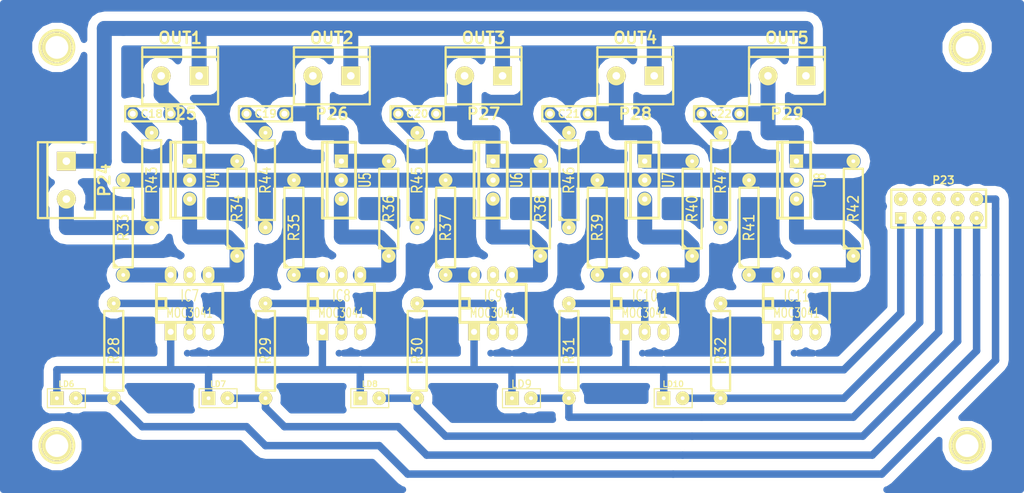
<source format=kicad_pcb>
(kicad_pcb (version 3) (host pcbnew "(2013-june-11)-stable")

  (general
    (links 0)
    (no_connects 0)
    (area 144.78 110.49 281.940001 176.530001)
    (thickness 1.6)
    (drawings 0)
    (tracks 183)
    (zones 0)
    (modules 51)
    (nets 1)
  )

  (page A3)
  (layers
    (15 F.Cu signal)
    (0 B.Cu signal)
    (16 B.Adhes user hide)
    (17 F.Adhes user hide)
    (18 B.Paste user hide)
    (19 F.Paste user hide)
    (20 B.SilkS user hide)
    (21 F.SilkS user hide)
    (22 B.Mask user hide)
    (23 F.Mask user hide)
    (24 Dwgs.User user hide)
    (25 Cmts.User user hide)
    (26 Eco1.User user hide)
    (27 Eco2.User user hide)
    (28 Edge.Cuts user hide)
  )

  (setup
    (last_trace_width 2)
    (trace_clearance 0.254)
    (zone_clearance 1.27)
    (zone_45_only no)
    (trace_min 0.254)
    (segment_width 0.2)
    (edge_width 0.15)
    (via_size 0.889)
    (via_drill 0.635)
    (via_min_size 0.889)
    (via_min_drill 0.508)
    (uvia_size 0.508)
    (uvia_drill 0.127)
    (uvias_allowed no)
    (uvia_min_size 0.508)
    (uvia_min_drill 0.127)
    (pcb_text_width 0.3)
    (pcb_text_size 1 1)
    (mod_edge_width 0.15)
    (mod_text_size 1 1)
    (mod_text_width 0.15)
    (pad_size 1.778 1.778)
    (pad_drill 0.716)
    (pad_to_mask_clearance 0)
    (aux_axis_origin 0 0)
    (visible_elements FFFE6201)
    (pcbplotparams
      (layerselection 3178497)
      (usegerberextensions true)
      (excludeedgelayer true)
      (linewidth 0.150000)
      (plotframeref false)
      (viasonmask false)
      (mode 1)
      (useauxorigin false)
      (hpglpennumber 1)
      (hpglpenspeed 20)
      (hpglpendiameter 15)
      (hpglpenoverlay 2)
      (psnegative false)
      (psa4output false)
      (plotreference true)
      (plotvalue true)
      (plotothertext true)
      (plotinvisibletext false)
      (padsonsilk false)
      (subtractmaskfromsilk false)
      (outputformat 1)
      (mirror false)
      (drillshape 1)
      (scaleselection 1)
      (outputdirectory ""))
  )

  (net 0 "")

  (net_class Default "To jest domyślna klasa połączeń."
    (clearance 0.254)
    (trace_width 2)
    (via_dia 0.889)
    (via_drill 0.635)
    (uvia_dia 0.508)
    (uvia_drill 0.127)
    (add_net "")
  )

  (module DIP-6__300_ELL (layer F.Cu) (tedit 533489D3) (tstamp 533244E1)
    (at 251.46 151.13)
    (descr "6 pins DIL package, elliptical pads")
    (tags DIL)
    (fp_text reference IC11 (at 0 -1.016) (layer F.SilkS)
      (effects (font (size 1.524 1.016) (thickness 0.1524)))
    )
    (fp_text value MOC3041 (at 0 1.27) (layer F.SilkS)
      (effects (font (size 1.27 0.889) (thickness 0.1524)))
    )
    (fp_line (start -4.445 -2.54) (end 4.445 -2.54) (layer F.SilkS) (width 0.381))
    (fp_line (start 4.445 -2.54) (end 4.445 2.54) (layer F.SilkS) (width 0.381))
    (fp_line (start 4.445 2.54) (end -4.445 2.54) (layer F.SilkS) (width 0.381))
    (fp_line (start -4.445 2.54) (end -4.445 -2.54) (layer F.SilkS) (width 0.381))
    (fp_line (start -4.445 -0.635) (end -3.175 -0.635) (layer F.SilkS) (width 0.381))
    (fp_line (start -3.175 -0.635) (end -3.175 0.635) (layer F.SilkS) (width 0.381))
    (fp_line (start -3.175 0.635) (end -4.445 0.635) (layer F.SilkS) (width 0.381))
    (pad 1 thru_hole rect (at -2.54 3.81) (size 1.5748 2.286) (drill 0.8128)
      (layers *.Cu *.Mask F.SilkS)
    )
    (pad 2 thru_hole oval (at 0 3.81) (size 1.5748 2.286) (drill 0.8128)
      (layers *.Cu *.Mask F.SilkS)
    )
    (pad 3 thru_hole oval (at 2.54 3.81) (size 1.5748 2.286) (drill 0.8128)
      (layers *.Cu *.Mask F.SilkS)
    )
    (pad 4 thru_hole oval (at 2.54 -3.81) (size 1.5748 2.286) (drill 0.8128)
      (layers *.Cu *.Mask F.SilkS)
    )
    (pad 5 thru_hole oval (at 0 -3.81) (size 1.5748 2.286) (drill 0.8128)
      (layers *.Cu *.Mask F.SilkS)
    )
    (pad 6 thru_hole oval (at -2.54 -3.81) (size 1.5748 2.286) (drill 0.8128)
      (layers *.Cu *.Mask F.SilkS)
    )
    (model dil/dil_6.wrl
      (at (xyz 0 0 0))
      (scale (xyz 1 1 1))
      (rotate (xyz 0 0 0))
    )
  )

  (module DIP-6__300_ELL (layer F.Cu) (tedit 533489CD) (tstamp 533244BF)
    (at 231.14 151.13)
    (descr "6 pins DIL package, elliptical pads")
    (tags DIL)
    (fp_text reference IC10 (at 0 -1.016) (layer F.SilkS)
      (effects (font (size 1.524 1.016) (thickness 0.1524)))
    )
    (fp_text value MOC3041 (at 0 1.27) (layer F.SilkS)
      (effects (font (size 1.27 0.889) (thickness 0.1524)))
    )
    (fp_line (start -4.445 -2.54) (end 4.445 -2.54) (layer F.SilkS) (width 0.381))
    (fp_line (start 4.445 -2.54) (end 4.445 2.54) (layer F.SilkS) (width 0.381))
    (fp_line (start 4.445 2.54) (end -4.445 2.54) (layer F.SilkS) (width 0.381))
    (fp_line (start -4.445 2.54) (end -4.445 -2.54) (layer F.SilkS) (width 0.381))
    (fp_line (start -4.445 -0.635) (end -3.175 -0.635) (layer F.SilkS) (width 0.381))
    (fp_line (start -3.175 -0.635) (end -3.175 0.635) (layer F.SilkS) (width 0.381))
    (fp_line (start -3.175 0.635) (end -4.445 0.635) (layer F.SilkS) (width 0.381))
    (pad 1 thru_hole rect (at -2.54 3.81) (size 1.5748 2.286) (drill 0.8128)
      (layers *.Cu *.Mask F.SilkS)
    )
    (pad 2 thru_hole oval (at 0 3.81) (size 1.5748 2.286) (drill 0.8128)
      (layers *.Cu *.Mask F.SilkS)
    )
    (pad 3 thru_hole oval (at 2.54 3.81) (size 1.5748 2.286) (drill 0.8128)
      (layers *.Cu *.Mask F.SilkS)
    )
    (pad 4 thru_hole oval (at 2.54 -3.81) (size 1.5748 2.286) (drill 0.8128)
      (layers *.Cu *.Mask F.SilkS)
    )
    (pad 5 thru_hole oval (at 0 -3.81) (size 1.5748 2.286) (drill 0.8128)
      (layers *.Cu *.Mask F.SilkS)
    )
    (pad 6 thru_hole oval (at -2.54 -3.81) (size 1.5748 2.286) (drill 0.8128)
      (layers *.Cu *.Mask F.SilkS)
    )
    (model dil/dil_6.wrl
      (at (xyz 0 0 0))
      (scale (xyz 1 1 1))
      (rotate (xyz 0 0 0))
    )
  )

  (module DIP-6__300_ELL (layer F.Cu) (tedit 533489C6) (tstamp 5332449C)
    (at 210.82 151.13)
    (descr "6 pins DIL package, elliptical pads")
    (tags DIL)
    (fp_text reference IC9 (at 0 -1.016) (layer F.SilkS)
      (effects (font (size 1.524 1.016) (thickness 0.1524)))
    )
    (fp_text value MOC3041 (at 0 1.27) (layer F.SilkS)
      (effects (font (size 1.27 0.889) (thickness 0.1524)))
    )
    (fp_line (start -4.445 -2.54) (end 4.445 -2.54) (layer F.SilkS) (width 0.381))
    (fp_line (start 4.445 -2.54) (end 4.445 2.54) (layer F.SilkS) (width 0.381))
    (fp_line (start 4.445 2.54) (end -4.445 2.54) (layer F.SilkS) (width 0.381))
    (fp_line (start -4.445 2.54) (end -4.445 -2.54) (layer F.SilkS) (width 0.381))
    (fp_line (start -4.445 -0.635) (end -3.175 -0.635) (layer F.SilkS) (width 0.381))
    (fp_line (start -3.175 -0.635) (end -3.175 0.635) (layer F.SilkS) (width 0.381))
    (fp_line (start -3.175 0.635) (end -4.445 0.635) (layer F.SilkS) (width 0.381))
    (pad 1 thru_hole rect (at -2.54 3.81) (size 1.5748 2.286) (drill 0.8128)
      (layers *.Cu *.Mask F.SilkS)
    )
    (pad 2 thru_hole oval (at 0 3.81) (size 1.5748 2.286) (drill 0.8128)
      (layers *.Cu *.Mask F.SilkS)
    )
    (pad 3 thru_hole oval (at 2.54 3.81) (size 1.5748 2.286) (drill 0.8128)
      (layers *.Cu *.Mask F.SilkS)
    )
    (pad 4 thru_hole oval (at 2.54 -3.81) (size 1.5748 2.286) (drill 0.8128)
      (layers *.Cu *.Mask F.SilkS)
    )
    (pad 5 thru_hole oval (at 0 -3.81) (size 1.5748 2.286) (drill 0.8128)
      (layers *.Cu *.Mask F.SilkS)
    )
    (pad 6 thru_hole oval (at -2.54 -3.81) (size 1.5748 2.286) (drill 0.8128)
      (layers *.Cu *.Mask F.SilkS)
    )
    (model dil/dil_6.wrl
      (at (xyz 0 0 0))
      (scale (xyz 1 1 1))
      (rotate (xyz 0 0 0))
    )
  )

  (module DIP-6__300_ELL (layer F.Cu) (tedit 533489BF) (tstamp 53324477)
    (at 190.5 151.13)
    (descr "6 pins DIL package, elliptical pads")
    (tags DIL)
    (fp_text reference IC8 (at 0 -1.016) (layer F.SilkS)
      (effects (font (size 1.524 1.016) (thickness 0.1524)))
    )
    (fp_text value MOC3041 (at 0 1.27) (layer F.SilkS)
      (effects (font (size 1.27 0.889) (thickness 0.1524)))
    )
    (fp_line (start -4.445 -2.54) (end 4.445 -2.54) (layer F.SilkS) (width 0.381))
    (fp_line (start 4.445 -2.54) (end 4.445 2.54) (layer F.SilkS) (width 0.381))
    (fp_line (start 4.445 2.54) (end -4.445 2.54) (layer F.SilkS) (width 0.381))
    (fp_line (start -4.445 2.54) (end -4.445 -2.54) (layer F.SilkS) (width 0.381))
    (fp_line (start -4.445 -0.635) (end -3.175 -0.635) (layer F.SilkS) (width 0.381))
    (fp_line (start -3.175 -0.635) (end -3.175 0.635) (layer F.SilkS) (width 0.381))
    (fp_line (start -3.175 0.635) (end -4.445 0.635) (layer F.SilkS) (width 0.381))
    (pad 1 thru_hole rect (at -2.54 3.81) (size 1.5748 2.286) (drill 0.8128)
      (layers *.Cu *.Mask F.SilkS)
    )
    (pad 2 thru_hole oval (at 0 3.81) (size 1.5748 2.286) (drill 0.8128)
      (layers *.Cu *.Mask F.SilkS)
    )
    (pad 3 thru_hole oval (at 2.54 3.81) (size 1.5748 2.286) (drill 0.8128)
      (layers *.Cu *.Mask F.SilkS)
    )
    (pad 4 thru_hole oval (at 2.54 -3.81) (size 1.5748 2.286) (drill 0.8128)
      (layers *.Cu *.Mask F.SilkS)
    )
    (pad 5 thru_hole oval (at 0 -3.81) (size 1.5748 2.286) (drill 0.8128)
      (layers *.Cu *.Mask F.SilkS)
    )
    (pad 6 thru_hole oval (at -2.54 -3.81) (size 1.5748 2.286) (drill 0.8128)
      (layers *.Cu *.Mask F.SilkS)
    )
    (model dil/dil_6.wrl
      (at (xyz 0 0 0))
      (scale (xyz 1 1 1))
      (rotate (xyz 0 0 0))
    )
  )

  (module bornier2 (layer F.Cu) (tedit 5341B356) (tstamp 5254774F)
    (at 168.91 120.65 180)
    (descr "Bornier d'alimentation 2 pins")
    (tags DEV)
    (fp_text reference P25 (at 0 -5.08 180) (layer F.SilkS)
      (effects (font (size 1.524 1.524) (thickness 0.3048)))
    )
    (fp_text value OUT1 (at 0 5.08 180) (layer F.SilkS)
      (effects (font (size 1.524 1.524) (thickness 0.3048)))
    )
    (fp_line (start 5.08 2.54) (end -5.08 2.54) (layer F.SilkS) (width 0.3048))
    (fp_line (start 5.08 3.81) (end 5.08 -3.81) (layer F.SilkS) (width 0.3048))
    (fp_line (start 5.08 -3.81) (end -5.08 -3.81) (layer F.SilkS) (width 0.3048))
    (fp_line (start -5.08 -3.81) (end -5.08 3.81) (layer F.SilkS) (width 0.3048))
    (fp_line (start -5.08 3.81) (end 5.08 3.81) (layer F.SilkS) (width 0.3048))
    (pad 1 thru_hole rect (at -2.54 0 180) (size 2.54 2.54) (drill 1.024)
      (layers *.Cu *.Mask F.SilkS)
    )
    (pad 2 thru_hole circle (at 2.54 0 180) (size 2.54 2.54) (drill 1.024)
      (layers *.Cu *.Mask F.SilkS)
    )
    (model device/bornier_2.wrl
      (at (xyz 0 0 0))
      (scale (xyz 1 1 1))
      (rotate (xyz 0 0 0))
    )
  )

  (module bornier2 (layer F.Cu) (tedit 5341B362) (tstamp 52547764)
    (at 189.23 120.65 180)
    (descr "Bornier d'alimentation 2 pins")
    (tags DEV)
    (fp_text reference P26 (at 0 -5.08 180) (layer F.SilkS)
      (effects (font (size 1.524 1.524) (thickness 0.3048)))
    )
    (fp_text value OUT2 (at 0 5.08 180) (layer F.SilkS)
      (effects (font (size 1.524 1.524) (thickness 0.3048)))
    )
    (fp_line (start 5.08 2.54) (end -5.08 2.54) (layer F.SilkS) (width 0.3048))
    (fp_line (start 5.08 3.81) (end 5.08 -3.81) (layer F.SilkS) (width 0.3048))
    (fp_line (start 5.08 -3.81) (end -5.08 -3.81) (layer F.SilkS) (width 0.3048))
    (fp_line (start -5.08 -3.81) (end -5.08 3.81) (layer F.SilkS) (width 0.3048))
    (fp_line (start -5.08 3.81) (end 5.08 3.81) (layer F.SilkS) (width 0.3048))
    (pad 1 thru_hole rect (at -2.54 0 180) (size 2.54 2.54) (drill 1.024)
      (layers *.Cu *.Mask F.SilkS)
    )
    (pad 2 thru_hole circle (at 2.54 0 180) (size 2.54 2.54) (drill 1.024)
      (layers *.Cu *.Mask F.SilkS)
    )
    (model device/bornier_2.wrl
      (at (xyz 0 0 0))
      (scale (xyz 1 1 1))
      (rotate (xyz 0 0 0))
    )
  )

  (module bornier2 (layer F.Cu) (tedit 53348A6D) (tstamp 5254777D)
    (at 209.55 120.65 180)
    (descr "Bornier d'alimentation 2 pins")
    (tags DEV)
    (fp_text reference P27 (at 0 -5.08 180) (layer F.SilkS)
      (effects (font (size 1.524 1.524) (thickness 0.3048)))
    )
    (fp_text value OUT3 (at 0 5.08 180) (layer F.SilkS)
      (effects (font (size 1.524 1.524) (thickness 0.3048)))
    )
    (fp_line (start 5.08 2.54) (end -5.08 2.54) (layer F.SilkS) (width 0.3048))
    (fp_line (start 5.08 3.81) (end 5.08 -3.81) (layer F.SilkS) (width 0.3048))
    (fp_line (start 5.08 -3.81) (end -5.08 -3.81) (layer F.SilkS) (width 0.3048))
    (fp_line (start -5.08 -3.81) (end -5.08 3.81) (layer F.SilkS) (width 0.3048))
    (fp_line (start -5.08 3.81) (end 5.08 3.81) (layer F.SilkS) (width 0.3048))
    (pad 1 thru_hole rect (at -2.54 0 180) (size 2.54 2.54) (drill 1.024)
      (layers *.Cu *.Mask F.SilkS)
    )
    (pad 2 thru_hole circle (at 2.54 0 180) (size 2.54 2.54) (drill 1.024)
      (layers *.Cu *.Mask F.SilkS)
    )
    (model device/bornier_2.wrl
      (at (xyz 0 0 0))
      (scale (xyz 1 1 1))
      (rotate (xyz 0 0 0))
    )
  )

  (module bornier2 (layer F.Cu) (tedit 53348A74) (tstamp 52547792)
    (at 229.87 120.65 180)
    (descr "Bornier d'alimentation 2 pins")
    (tags DEV)
    (fp_text reference P28 (at 0 -5.08 180) (layer F.SilkS)
      (effects (font (size 1.524 1.524) (thickness 0.3048)))
    )
    (fp_text value OUT4 (at 0 5.08 180) (layer F.SilkS)
      (effects (font (size 1.524 1.524) (thickness 0.3048)))
    )
    (fp_line (start 5.08 2.54) (end -5.08 2.54) (layer F.SilkS) (width 0.3048))
    (fp_line (start 5.08 3.81) (end 5.08 -3.81) (layer F.SilkS) (width 0.3048))
    (fp_line (start 5.08 -3.81) (end -5.08 -3.81) (layer F.SilkS) (width 0.3048))
    (fp_line (start -5.08 -3.81) (end -5.08 3.81) (layer F.SilkS) (width 0.3048))
    (fp_line (start -5.08 3.81) (end 5.08 3.81) (layer F.SilkS) (width 0.3048))
    (pad 1 thru_hole rect (at -2.54 0 180) (size 2.54 2.54) (drill 1.024)
      (layers *.Cu *.Mask F.SilkS)
    )
    (pad 2 thru_hole circle (at 2.54 0 180) (size 2.54 2.54) (drill 1.024)
      (layers *.Cu *.Mask F.SilkS)
    )
    (model device/bornier_2.wrl
      (at (xyz 0 0 0))
      (scale (xyz 1 1 1))
      (rotate (xyz 0 0 0))
    )
  )

  (module bornier2 (layer F.Cu) (tedit 53348A7A) (tstamp 525477A9)
    (at 250.19 120.65 180)
    (descr "Bornier d'alimentation 2 pins")
    (tags DEV)
    (fp_text reference P29 (at 0 -5.08 180) (layer F.SilkS)
      (effects (font (size 1.524 1.524) (thickness 0.3048)))
    )
    (fp_text value OUT5 (at 0 5.08 180) (layer F.SilkS)
      (effects (font (size 1.524 1.524) (thickness 0.3048)))
    )
    (fp_line (start 5.08 2.54) (end -5.08 2.54) (layer F.SilkS) (width 0.3048))
    (fp_line (start 5.08 3.81) (end 5.08 -3.81) (layer F.SilkS) (width 0.3048))
    (fp_line (start 5.08 -3.81) (end -5.08 -3.81) (layer F.SilkS) (width 0.3048))
    (fp_line (start -5.08 -3.81) (end -5.08 3.81) (layer F.SilkS) (width 0.3048))
    (fp_line (start -5.08 3.81) (end 5.08 3.81) (layer F.SilkS) (width 0.3048))
    (pad 1 thru_hole rect (at -2.54 0 180) (size 2.54 2.54) (drill 1.024)
      (layers *.Cu *.Mask F.SilkS)
    )
    (pad 2 thru_hole circle (at 2.54 0 180) (size 2.54 2.54) (drill 1.024)
      (layers *.Cu *.Mask F.SilkS)
    )
    (model device/bornier_2.wrl
      (at (xyz 0 0 0))
      (scale (xyz 1 1 1))
      (rotate (xyz 0 0 0))
    )
  )

  (module bornier2 (layer F.Cu) (tedit 53348A55) (tstamp 525477BE)
    (at 153.67 134.62 270)
    (descr "Bornier d'alimentation 2 pins")
    (tags DEV)
    (fp_text reference P24 (at 0 -5.08 270) (layer F.SilkS)
      (effects (font (size 1.524 1.524) (thickness 0.3048)))
    )
    (fp_text value ~230V (at 0 5.08 270) (layer F.SilkS) hide
      (effects (font (size 1.524 1.524) (thickness 0.3048)))
    )
    (fp_line (start 5.08 2.54) (end -5.08 2.54) (layer F.SilkS) (width 0.3048))
    (fp_line (start 5.08 3.81) (end 5.08 -3.81) (layer F.SilkS) (width 0.3048))
    (fp_line (start 5.08 -3.81) (end -5.08 -3.81) (layer F.SilkS) (width 0.3048))
    (fp_line (start -5.08 -3.81) (end -5.08 3.81) (layer F.SilkS) (width 0.3048))
    (fp_line (start -5.08 3.81) (end 5.08 3.81) (layer F.SilkS) (width 0.3048))
    (pad 1 thru_hole rect (at -2.54 0 270) (size 2.54 2.54) (drill 1.024)
      (layers *.Cu *.Mask F.SilkS)
    )
    (pad 2 thru_hole circle (at 2.54 0 270) (size 2.54 2.54) (drill 1.024)
      (layers *.Cu *.Mask F.SilkS)
    )
    (model device/bornier_2.wrl
      (at (xyz 0 0 0))
      (scale (xyz 1 1 1))
      (rotate (xyz 0 0 0))
    )
  )

  (module R5 (layer F.Cu) (tedit 53348987) (tstamp 5254C87A)
    (at 160.02 157.48 90)
    (descr "Resistance 5 pas")
    (tags R)
    (autoplace_cost180 10)
    (fp_text reference R28 (at 0 0 90) (layer F.SilkS)
      (effects (font (size 1.397 1.27) (thickness 0.2032)))
    )
    (fp_text value Val* (at 0 0 90) (layer F.SilkS) hide
      (effects (font (size 1.397 1.27) (thickness 0.2032)))
    )
    (fp_line (start -6.35 0) (end -5.334 0) (layer F.SilkS) (width 0.3048))
    (fp_line (start 6.35 0) (end 5.334 0) (layer F.SilkS) (width 0.3048))
    (fp_line (start 5.334 -1.27) (end 5.334 1.27) (layer F.SilkS) (width 0.3048))
    (fp_line (start 5.334 1.27) (end -5.334 1.27) (layer F.SilkS) (width 0.3048))
    (fp_line (start -5.334 1.27) (end -5.334 -1.27) (layer F.SilkS) (width 0.3048))
    (fp_line (start -5.334 -1.27) (end 5.334 -1.27) (layer F.SilkS) (width 0.3048))
    (fp_line (start -5.334 -0.762) (end -4.826 -1.27) (layer F.SilkS) (width 0.3048))
    (pad 1 thru_hole circle (at -6.35 0 90) (size 1.824 1.824) (drill 0.5128)
      (layers *.Cu *.Mask F.SilkS)
    )
    (pad 2 thru_hole circle (at 6.35 0 90) (size 1.824 1.824) (drill 0.5128)
      (layers *.Cu *.Mask F.SilkS)
    )
    (model discret/resistor.wrl
      (at (xyz 0 0 0))
      (scale (xyz 0.5 0.5 0.5))
      (rotate (xyz 0 0 0))
    )
  )

  (module R5 (layer F.Cu) (tedit 5334898F) (tstamp 5254C85E)
    (at 180.34 157.48 90)
    (descr "Resistance 5 pas")
    (tags R)
    (autoplace_cost180 10)
    (fp_text reference R29 (at 0 0 90) (layer F.SilkS)
      (effects (font (size 1.397 1.27) (thickness 0.2032)))
    )
    (fp_text value Val* (at 0 0 90) (layer F.SilkS) hide
      (effects (font (size 1.397 1.27) (thickness 0.2032)))
    )
    (fp_line (start -6.35 0) (end -5.334 0) (layer F.SilkS) (width 0.3048))
    (fp_line (start 6.35 0) (end 5.334 0) (layer F.SilkS) (width 0.3048))
    (fp_line (start 5.334 -1.27) (end 5.334 1.27) (layer F.SilkS) (width 0.3048))
    (fp_line (start 5.334 1.27) (end -5.334 1.27) (layer F.SilkS) (width 0.3048))
    (fp_line (start -5.334 1.27) (end -5.334 -1.27) (layer F.SilkS) (width 0.3048))
    (fp_line (start -5.334 -1.27) (end 5.334 -1.27) (layer F.SilkS) (width 0.3048))
    (fp_line (start -5.334 -0.762) (end -4.826 -1.27) (layer F.SilkS) (width 0.3048))
    (pad 1 thru_hole circle (at -6.35 0 90) (size 1.824 1.824) (drill 0.5128)
      (layers *.Cu *.Mask F.SilkS)
    )
    (pad 2 thru_hole circle (at 6.35 0 90) (size 1.824 1.824) (drill 0.5128)
      (layers *.Cu *.Mask F.SilkS)
    )
    (model discret/resistor.wrl
      (at (xyz 0 0 0))
      (scale (xyz 0.5 0.5 0.5))
      (rotate (xyz 0 0 0))
    )
  )

  (module R5 (layer F.Cu) (tedit 5341B2F6) (tstamp 5254C746)
    (at 200.66 157.48 90)
    (descr "Resistance 5 pas")
    (tags R)
    (autoplace_cost180 10)
    (fp_text reference R30 (at 0 0 90) (layer F.SilkS)
      (effects (font (size 1.397 1.27) (thickness 0.2032)))
    )
    (fp_text value Val* (at 0 0 90) (layer F.SilkS) hide
      (effects (font (size 1.397 1.27) (thickness 0.2032)))
    )
    (fp_line (start -6.35 0) (end -5.334 0) (layer F.SilkS) (width 0.3048))
    (fp_line (start 6.35 0) (end 5.334 0) (layer F.SilkS) (width 0.3048))
    (fp_line (start 5.334 -1.27) (end 5.334 1.27) (layer F.SilkS) (width 0.3048))
    (fp_line (start 5.334 1.27) (end -5.334 1.27) (layer F.SilkS) (width 0.3048))
    (fp_line (start -5.334 1.27) (end -5.334 -1.27) (layer F.SilkS) (width 0.3048))
    (fp_line (start -5.334 -1.27) (end 5.334 -1.27) (layer F.SilkS) (width 0.3048))
    (fp_line (start -5.334 -0.762) (end -4.826 -1.27) (layer F.SilkS) (width 0.3048))
    (pad 1 thru_hole circle (at -6.35 0 90) (size 1.824 1.824) (drill 0.5128)
      (layers *.Cu *.Mask F.SilkS)
    )
    (pad 2 thru_hole circle (at 6.35 0 90) (size 1.824 1.824) (drill 0.5128)
      (layers *.Cu *.Mask F.SilkS)
    )
    (model discret/resistor.wrl
      (at (xyz 0 0 0))
      (scale (xyz 0.5 0.5 0.5))
      (rotate (xyz 0 0 0))
    )
  )

  (module R5 (layer F.Cu) (tedit 5334899A) (tstamp 5254C75F)
    (at 220.98 157.48 90)
    (descr "Resistance 5 pas")
    (tags R)
    (autoplace_cost180 10)
    (fp_text reference R31 (at 0 0 90) (layer F.SilkS)
      (effects (font (size 1.397 1.27) (thickness 0.2032)))
    )
    (fp_text value Val* (at 0 0 90) (layer F.SilkS) hide
      (effects (font (size 1.397 1.27) (thickness 0.2032)))
    )
    (fp_line (start -6.35 0) (end -5.334 0) (layer F.SilkS) (width 0.3048))
    (fp_line (start 6.35 0) (end 5.334 0) (layer F.SilkS) (width 0.3048))
    (fp_line (start 5.334 -1.27) (end 5.334 1.27) (layer F.SilkS) (width 0.3048))
    (fp_line (start 5.334 1.27) (end -5.334 1.27) (layer F.SilkS) (width 0.3048))
    (fp_line (start -5.334 1.27) (end -5.334 -1.27) (layer F.SilkS) (width 0.3048))
    (fp_line (start -5.334 -1.27) (end 5.334 -1.27) (layer F.SilkS) (width 0.3048))
    (fp_line (start -5.334 -0.762) (end -4.826 -1.27) (layer F.SilkS) (width 0.3048))
    (pad 1 thru_hole circle (at -6.35 0 90) (size 1.824 1.824) (drill 0.5128)
      (layers *.Cu *.Mask F.SilkS)
    )
    (pad 2 thru_hole circle (at 6.35 0 90) (size 1.824 1.824) (drill 0.5128)
      (layers *.Cu *.Mask F.SilkS)
    )
    (model discret/resistor.wrl
      (at (xyz 0 0 0))
      (scale (xyz 0.5 0.5 0.5))
      (rotate (xyz 0 0 0))
    )
  )

  (module R5 (layer F.Cu) (tedit 533489A1) (tstamp 5254C778)
    (at 241.3 157.48 90)
    (descr "Resistance 5 pas")
    (tags R)
    (autoplace_cost180 10)
    (fp_text reference R32 (at 0 0 90) (layer F.SilkS)
      (effects (font (size 1.397 1.27) (thickness 0.2032)))
    )
    (fp_text value Val* (at 0 0 90) (layer F.SilkS) hide
      (effects (font (size 1.397 1.27) (thickness 0.2032)))
    )
    (fp_line (start -6.35 0) (end -5.334 0) (layer F.SilkS) (width 0.3048))
    (fp_line (start 6.35 0) (end 5.334 0) (layer F.SilkS) (width 0.3048))
    (fp_line (start 5.334 -1.27) (end 5.334 1.27) (layer F.SilkS) (width 0.3048))
    (fp_line (start 5.334 1.27) (end -5.334 1.27) (layer F.SilkS) (width 0.3048))
    (fp_line (start -5.334 1.27) (end -5.334 -1.27) (layer F.SilkS) (width 0.3048))
    (fp_line (start -5.334 -1.27) (end 5.334 -1.27) (layer F.SilkS) (width 0.3048))
    (fp_line (start -5.334 -0.762) (end -4.826 -1.27) (layer F.SilkS) (width 0.3048))
    (pad 1 thru_hole circle (at -6.35 0 90) (size 1.824 1.824) (drill 0.5128)
      (layers *.Cu *.Mask F.SilkS)
    )
    (pad 2 thru_hole circle (at 6.35 0 90) (size 1.824 1.824) (drill 0.5128)
      (layers *.Cu *.Mask F.SilkS)
    )
    (model discret/resistor.wrl
      (at (xyz 0 0 0))
      (scale (xyz 0.5 0.5 0.5))
      (rotate (xyz 0 0 0))
    )
  )

  (module PIN_ARRAY_5x2 (layer F.Cu) (tedit 5341B488) (tstamp 5341B2F1)
    (at 270.51 138.43)
    (descr "Double rangee de contacts 2 x 5 pins")
    (tags CONN)
    (fp_text reference P23 (at 0.635 -3.81) (layer F.SilkS)
      (effects (font (size 1.016 1.016) (thickness 0.2032)))
    )
    (fp_text value Val** (at 0 -3.81) (layer F.SilkS) hide
      (effects (font (size 1.016 1.016) (thickness 0.2032)))
    )
    (fp_line (start -6.35 -2.54) (end 6.35 -2.54) (layer F.SilkS) (width 0.3048))
    (fp_line (start 6.35 -2.54) (end 6.35 2.54) (layer F.SilkS) (width 0.3048))
    (fp_line (start 6.35 2.54) (end -6.35 2.54) (layer F.SilkS) (width 0.3048))
    (fp_line (start -6.35 2.54) (end -6.35 -2.54) (layer F.SilkS) (width 0.3048))
    (pad 1 thru_hole rect (at -5.08 1.27) (size 1.524 1.524) (drill 0.516)
      (layers *.Cu *.Mask F.SilkS)
    )
    (pad 2 thru_hole circle (at -5.08 -1.27) (size 1.824 1.824) (drill 0.516)
      (layers *.Cu *.Mask F.SilkS)
    )
    (pad 3 thru_hole circle (at -2.54 1.27) (size 1.824 1.824) (drill 0.516)
      (layers *.Cu *.Mask F.SilkS)
    )
    (pad 4 thru_hole circle (at -2.54 -1.27) (size 1.824 1.824) (drill 0.516)
      (layers *.Cu *.Mask F.SilkS)
    )
    (pad 5 thru_hole circle (at 0 1.27) (size 1.824 1.824) (drill 0.516)
      (layers *.Cu *.Mask F.SilkS)
    )
    (pad 6 thru_hole circle (at 0 -1.27) (size 1.824 1.824) (drill 0.516)
      (layers *.Cu *.Mask F.SilkS)
    )
    (pad 7 thru_hole circle (at 2.54 1.27) (size 1.824 1.824) (drill 0.516)
      (layers *.Cu *.Mask F.SilkS)
    )
    (pad 8 thru_hole circle (at 2.54 -1.27) (size 1.824 1.824) (drill 0.516)
      (layers *.Cu *.Mask F.SilkS)
    )
    (pad 9 thru_hole circle (at 5.08 1.27) (size 1.824 1.824) (drill 0.516)
      (layers *.Cu *.Mask F.SilkS)
    )
    (pad 10 thru_hole circle (at 5.08 -1.27) (size 1.824 1.824) (drill 0.516)
      (layers *.Cu *.Mask F.SilkS)
    )
    (model pin_array/pins_array_5x2.wrl
      (at (xyz 0 0 0))
      (scale (xyz 1 1 1))
      (rotate (xyz 0 0 0))
    )
  )

  (module 1pin (layer F.Cu) (tedit 5331D204) (tstamp 5255379C)
    (at 152.4 116.84)
    (descr "module 1 pin (ou trou mecanique de percage)")
    (tags DEV)
    (path 1pin)
    (fp_text reference "" (at -2.54 6.35) (layer F.SilkS)
      (effects (font (size 1.016 1.016) (thickness 0.254)))
    )
    (fp_text value P*** (at 0 2.794) (layer F.SilkS) hide
      (effects (font (size 1.016 1.016) (thickness 0.254)))
    )
    (fp_circle (center 0 0) (end 0 -2.286) (layer F.SilkS) (width 0.381))
    (pad 1 thru_hole circle (at 0 0) (size 4.064 4.064) (drill 3.048)
      (layers *.Cu *.Mask F.SilkS)
    )
  )

  (module 1pin (layer F.Cu) (tedit 5331D219) (tstamp 525537A7)
    (at 152.4 170.18)
    (descr "module 1 pin (ou trou mecanique de percage)")
    (tags DEV)
    (path 1pin)
    (fp_text reference "" (at 0 -3.048) (layer F.SilkS)
      (effects (font (size 1.016 1.016) (thickness 0.254)))
    )
    (fp_text value P*** (at 0 2.794) (layer F.SilkS) hide
      (effects (font (size 1.016 1.016) (thickness 0.254)))
    )
    (fp_circle (center 0 0) (end 0 -2.286) (layer F.SilkS) (width 0.381))
    (pad 1 thru_hole circle (at 0 0) (size 4.064 4.064) (drill 3.048)
      (layers *.Cu *.Mask F.SilkS)
    )
  )

  (module 1pin (layer F.Cu) (tedit 5331D212) (tstamp 525537B2)
    (at 274.32 170.18)
    (descr "module 1 pin (ou trou mecanique de percage)")
    (tags DEV)
    (path 1pin)
    (fp_text reference "" (at 0 -3.048) (layer F.SilkS)
      (effects (font (size 1.016 1.016) (thickness 0.254)))
    )
    (fp_text value P*** (at 0 2.794) (layer F.SilkS) hide
      (effects (font (size 1.016 1.016) (thickness 0.254)))
    )
    (fp_circle (center 0 0) (end 0 -2.286) (layer F.SilkS) (width 0.381))
    (pad 1 thru_hole circle (at 0 0) (size 4.064 4.064) (drill 3.048)
      (layers *.Cu *.Mask F.SilkS)
    )
  )

  (module 1pin (layer F.Cu) (tedit 5331D20C) (tstamp 525537BD)
    (at 274.32 116.84)
    (descr "module 1 pin (ou trou mecanique de percage)")
    (tags DEV)
    (path 1pin)
    (fp_text reference "" (at 0 -3.048) (layer F.SilkS)
      (effects (font (size 1.016 1.016) (thickness 0.254)))
    )
    (fp_text value P*** (at 0 2.794) (layer F.SilkS) hide
      (effects (font (size 1.016 1.016) (thickness 0.254)))
    )
    (fp_circle (center 0 0) (end 0 -2.286) (layer F.SilkS) (width 0.381))
    (pad 1 thru_hole circle (at 0 0) (size 4.064 4.064) (drill 3.048)
      (layers *.Cu *.Mask F.SilkS)
    )
  )

  (module PIN_ARRAY_2X1 (layer F.Cu) (tedit 53348950) (tstamp 52554948)
    (at 214.63 163.83)
    (descr "Connecteurs 2 pins")
    (tags "CONN DEV")
    (fp_text reference LD9 (at 0 -1.905) (layer F.SilkS)
      (effects (font (size 1 1) (thickness 0.15)))
    )
    (fp_text value Val** (at 0 -1.905) (layer F.SilkS) hide
      (effects (font (size 0.762 0.762) (thickness 0.1524)))
    )
    (fp_line (start -2.54 1.27) (end -2.54 -1.27) (layer F.SilkS) (width 0.1524))
    (fp_line (start -2.54 -1.27) (end 2.54 -1.27) (layer F.SilkS) (width 0.1524))
    (fp_line (start 2.54 -1.27) (end 2.54 1.27) (layer F.SilkS) (width 0.1524))
    (fp_line (start 2.54 1.27) (end -2.54 1.27) (layer F.SilkS) (width 0.1524))
    (pad 1 thru_hole rect (at -1.27 0) (size 1.824 1.824) (drill 0.516)
      (layers *.Cu *.Mask F.SilkS)
    )
    (pad 2 thru_hole circle (at 1.27 0) (size 1.824 1.824) (drill 0.516)
      (layers *.Cu *.Mask F.SilkS)
    )
    (model pin_array/pins_array_2x1.wrl
      (at (xyz 0 0 0))
      (scale (xyz 1 1 1))
      (rotate (xyz 0 0 0))
    )
  )

  (module PIN_ARRAY_2X1 (layer F.Cu) (tedit 53348959) (tstamp 5255495B)
    (at 234.95 163.83)
    (descr "Connecteurs 2 pins")
    (tags "CONN DEV")
    (fp_text reference LD10 (at 0 -1.905) (layer F.SilkS)
      (effects (font (size 0.762 0.762) (thickness 0.1524)))
    )
    (fp_text value Val** (at 0 -1.905) (layer F.SilkS) hide
      (effects (font (size 0.762 0.762) (thickness 0.1524)))
    )
    (fp_line (start -2.54 1.27) (end -2.54 -1.27) (layer F.SilkS) (width 0.1524))
    (fp_line (start -2.54 -1.27) (end 2.54 -1.27) (layer F.SilkS) (width 0.1524))
    (fp_line (start 2.54 -1.27) (end 2.54 1.27) (layer F.SilkS) (width 0.1524))
    (fp_line (start 2.54 1.27) (end -2.54 1.27) (layer F.SilkS) (width 0.1524))
    (pad 1 thru_hole rect (at -1.27 0) (size 1.824 1.824) (drill 0.516)
      (layers *.Cu *.Mask F.SilkS)
    )
    (pad 2 thru_hole circle (at 1.27 0) (size 1.824 1.824) (drill 0.516)
      (layers *.Cu *.Mask F.SilkS)
    )
    (model pin_array/pins_array_2x1.wrl
      (at (xyz 0 0 0))
      (scale (xyz 1 1 1))
      (rotate (xyz 0 0 0))
    )
  )

  (module PIN_ARRAY_2X1 (layer F.Cu) (tedit 5334893A) (tstamp 5255496E)
    (at 173.99 163.83)
    (descr "Connecteurs 2 pins")
    (tags "CONN DEV")
    (fp_text reference LD7 (at 0 -1.905) (layer F.SilkS)
      (effects (font (size 0.762 0.762) (thickness 0.1524)))
    )
    (fp_text value Val** (at 0 -1.905) (layer F.SilkS) hide
      (effects (font (size 0.762 0.762) (thickness 0.1524)))
    )
    (fp_line (start -2.54 1.27) (end -2.54 -1.27) (layer F.SilkS) (width 0.1524))
    (fp_line (start -2.54 -1.27) (end 2.54 -1.27) (layer F.SilkS) (width 0.1524))
    (fp_line (start 2.54 -1.27) (end 2.54 1.27) (layer F.SilkS) (width 0.1524))
    (fp_line (start 2.54 1.27) (end -2.54 1.27) (layer F.SilkS) (width 0.1524))
    (pad 1 thru_hole rect (at -1.27 0) (size 1.824 1.824) (drill 0.516)
      (layers *.Cu *.Mask F.SilkS)
    )
    (pad 2 thru_hole circle (at 1.27 0) (size 1.824 1.824) (drill 0.516)
      (layers *.Cu *.Mask F.SilkS)
    )
    (model pin_array/pins_array_2x1.wrl
      (at (xyz 0 0 0))
      (scale (xyz 1 1 1))
      (rotate (xyz 0 0 0))
    )
  )

  (module PIN_ARRAY_2X1 (layer F.Cu) (tedit 53348932) (tstamp 52554997)
    (at 153.67 163.83)
    (descr "Connecteurs 2 pins")
    (tags "CONN DEV")
    (fp_text reference LD6 (at 0 -1.905) (layer F.SilkS)
      (effects (font (size 0.762 0.762) (thickness 0.1524)))
    )
    (fp_text value Val** (at 0 -1.905) (layer F.SilkS) hide
      (effects (font (size 0.762 0.762) (thickness 0.1524)))
    )
    (fp_line (start -2.54 1.27) (end -2.54 -1.27) (layer F.SilkS) (width 0.1524))
    (fp_line (start -2.54 -1.27) (end 2.54 -1.27) (layer F.SilkS) (width 0.1524))
    (fp_line (start 2.54 -1.27) (end 2.54 1.27) (layer F.SilkS) (width 0.1524))
    (fp_line (start 2.54 1.27) (end -2.54 1.27) (layer F.SilkS) (width 0.1524))
    (pad 1 thru_hole rect (at -1.27 0) (size 1.824 1.824) (drill 0.516)
      (layers *.Cu *.Mask F.SilkS)
    )
    (pad 2 thru_hole circle (at 1.27 0) (size 1.824 1.824) (drill 0.516)
      (layers *.Cu *.Mask F.SilkS)
    )
    (model pin_array/pins_array_2x1.wrl
      (at (xyz 0 0 0))
      (scale (xyz 1 1 1))
      (rotate (xyz 0 0 0))
    )
  )

  (module PIN_ARRAY_2X1 (layer F.Cu) (tedit 5341B33F) (tstamp 525549AA)
    (at 194.31 163.83)
    (descr "Connecteurs 2 pins")
    (tags "CONN DEV")
    (fp_text reference LD8 (at 0 -1.905) (layer F.SilkS)
      (effects (font (size 0.762 0.762) (thickness 0.1524)))
    )
    (fp_text value Val** (at 0 -1.905) (layer F.SilkS) hide
      (effects (font (size 0.762 0.762) (thickness 0.1524)))
    )
    (fp_line (start -2.54 1.27) (end -2.54 -1.27) (layer F.SilkS) (width 0.1524))
    (fp_line (start -2.54 -1.27) (end 2.54 -1.27) (layer F.SilkS) (width 0.1524))
    (fp_line (start 2.54 -1.27) (end 2.54 1.27) (layer F.SilkS) (width 0.1524))
    (fp_line (start 2.54 1.27) (end -2.54 1.27) (layer F.SilkS) (width 0.1524))
    (pad 1 thru_hole rect (at -1.27 0) (size 1.824 1.824) (drill 0.516)
      (layers *.Cu *.Mask F.SilkS)
    )
    (pad 2 thru_hole circle (at 1.27 0) (size 1.824 1.824) (drill 0.516)
      (layers *.Cu *.Mask F.SilkS)
    )
    (model pin_array/pins_array_2x1.wrl
      (at (xyz 0 0 0))
      (scale (xyz 1 1 1))
      (rotate (xyz 0 0 0))
    )
  )

  (module DIP-6__300_ELL (layer F.Cu) (tedit 533489B8) (tstamp 5332440E)
    (at 170.18 151.13)
    (descr "6 pins DIL package, elliptical pads")
    (tags DIL)
    (fp_text reference IC7 (at 0 -1.016) (layer F.SilkS)
      (effects (font (size 1.524 1.016) (thickness 0.1524)))
    )
    (fp_text value MOC3041 (at 0 1.27) (layer F.SilkS)
      (effects (font (size 1.27 0.889) (thickness 0.1524)))
    )
    (fp_line (start -4.445 -2.54) (end 4.445 -2.54) (layer F.SilkS) (width 0.381))
    (fp_line (start 4.445 -2.54) (end 4.445 2.54) (layer F.SilkS) (width 0.381))
    (fp_line (start 4.445 2.54) (end -4.445 2.54) (layer F.SilkS) (width 0.381))
    (fp_line (start -4.445 2.54) (end -4.445 -2.54) (layer F.SilkS) (width 0.381))
    (fp_line (start -4.445 -0.635) (end -3.175 -0.635) (layer F.SilkS) (width 0.381))
    (fp_line (start -3.175 -0.635) (end -3.175 0.635) (layer F.SilkS) (width 0.381))
    (fp_line (start -3.175 0.635) (end -4.445 0.635) (layer F.SilkS) (width 0.381))
    (pad 1 thru_hole rect (at -2.54 3.81) (size 1.5748 2.286) (drill 0.8128)
      (layers *.Cu *.Mask F.SilkS)
    )
    (pad 2 thru_hole oval (at 0 3.81) (size 1.5748 2.286) (drill 0.8128)
      (layers *.Cu *.Mask F.SilkS)
    )
    (pad 3 thru_hole oval (at 2.54 3.81) (size 1.5748 2.286) (drill 0.8128)
      (layers *.Cu *.Mask F.SilkS)
    )
    (pad 4 thru_hole oval (at 2.54 -3.81) (size 1.5748 2.286) (drill 0.8128)
      (layers *.Cu *.Mask F.SilkS)
    )
    (pad 5 thru_hole oval (at 0 -3.81) (size 1.5748 2.286) (drill 0.8128)
      (layers *.Cu *.Mask F.SilkS)
    )
    (pad 6 thru_hole oval (at -2.54 -3.81) (size 1.5748 2.286) (drill 0.8128)
      (layers *.Cu *.Mask F.SilkS)
    )
    (model dil/dil_6.wrl
      (at (xyz 0 0 0))
      (scale (xyz 1 1 1))
      (rotate (xyz 0 0 0))
    )
  )

  (module R5 (layer F.Cu) (tedit 53348ABD) (tstamp 533251A5)
    (at 161.29 140.97 90)
    (descr "Resistance 5 pas")
    (tags R)
    (autoplace_cost180 10)
    (fp_text reference R33 (at 0 0 90) (layer F.SilkS)
      (effects (font (size 1.397 1.27) (thickness 0.2032)))
    )
    (fp_text value Val* (at 0 0 90) (layer F.SilkS) hide
      (effects (font (size 1.397 1.27) (thickness 0.2032)))
    )
    (fp_line (start -6.35 0) (end -5.334 0) (layer F.SilkS) (width 0.3048))
    (fp_line (start 6.35 0) (end 5.334 0) (layer F.SilkS) (width 0.3048))
    (fp_line (start 5.334 -1.27) (end 5.334 1.27) (layer F.SilkS) (width 0.3048))
    (fp_line (start 5.334 1.27) (end -5.334 1.27) (layer F.SilkS) (width 0.3048))
    (fp_line (start -5.334 1.27) (end -5.334 -1.27) (layer F.SilkS) (width 0.3048))
    (fp_line (start -5.334 -1.27) (end 5.334 -1.27) (layer F.SilkS) (width 0.3048))
    (fp_line (start -5.334 -0.762) (end -4.826 -1.27) (layer F.SilkS) (width 0.3048))
    (pad 1 thru_hole circle (at -6.35 0 90) (size 1.824 1.824) (drill 0.5128)
      (layers *.Cu *.Mask F.SilkS)
    )
    (pad 2 thru_hole circle (at 6.35 0 90) (size 1.824 1.824) (drill 0.5128)
      (layers *.Cu *.Mask F.SilkS)
    )
    (model discret/resistor.wrl
      (at (xyz 0 0 0))
      (scale (xyz 0.5 0.5 0.5))
      (rotate (xyz 0 0 0))
    )
  )

  (module R5 (layer F.Cu) (tedit 53348AC4) (tstamp 533251BE)
    (at 176.53 138.43 90)
    (descr "Resistance 5 pas")
    (tags R)
    (autoplace_cost180 10)
    (fp_text reference R34 (at 0 0 90) (layer F.SilkS)
      (effects (font (size 1.397 1.27) (thickness 0.2032)))
    )
    (fp_text value Val* (at 0 0 90) (layer F.SilkS) hide
      (effects (font (size 1.397 1.27) (thickness 0.2032)))
    )
    (fp_line (start -6.35 0) (end -5.334 0) (layer F.SilkS) (width 0.3048))
    (fp_line (start 6.35 0) (end 5.334 0) (layer F.SilkS) (width 0.3048))
    (fp_line (start 5.334 -1.27) (end 5.334 1.27) (layer F.SilkS) (width 0.3048))
    (fp_line (start 5.334 1.27) (end -5.334 1.27) (layer F.SilkS) (width 0.3048))
    (fp_line (start -5.334 1.27) (end -5.334 -1.27) (layer F.SilkS) (width 0.3048))
    (fp_line (start -5.334 -1.27) (end 5.334 -1.27) (layer F.SilkS) (width 0.3048))
    (fp_line (start -5.334 -0.762) (end -4.826 -1.27) (layer F.SilkS) (width 0.3048))
    (pad 1 thru_hole circle (at -6.35 0 90) (size 1.824 1.824) (drill 0.5128)
      (layers *.Cu *.Mask F.SilkS)
    )
    (pad 2 thru_hole circle (at 6.35 0 90) (size 1.824 1.824) (drill 0.5128)
      (layers *.Cu *.Mask F.SilkS)
    )
    (model discret/resistor.wrl
      (at (xyz 0 0 0))
      (scale (xyz 0.5 0.5 0.5))
      (rotate (xyz 0 0 0))
    )
  )

  (module R5 (layer F.Cu) (tedit 53348AD1) (tstamp 533251D7)
    (at 184.15 140.97 90)
    (descr "Resistance 5 pas")
    (tags R)
    (autoplace_cost180 10)
    (fp_text reference R35 (at 0 0 90) (layer F.SilkS)
      (effects (font (size 1.397 1.27) (thickness 0.2032)))
    )
    (fp_text value Val* (at 0 0 90) (layer F.SilkS) hide
      (effects (font (size 1.397 1.27) (thickness 0.2032)))
    )
    (fp_line (start -6.35 0) (end -5.334 0) (layer F.SilkS) (width 0.3048))
    (fp_line (start 6.35 0) (end 5.334 0) (layer F.SilkS) (width 0.3048))
    (fp_line (start 5.334 -1.27) (end 5.334 1.27) (layer F.SilkS) (width 0.3048))
    (fp_line (start 5.334 1.27) (end -5.334 1.27) (layer F.SilkS) (width 0.3048))
    (fp_line (start -5.334 1.27) (end -5.334 -1.27) (layer F.SilkS) (width 0.3048))
    (fp_line (start -5.334 -1.27) (end 5.334 -1.27) (layer F.SilkS) (width 0.3048))
    (fp_line (start -5.334 -0.762) (end -4.826 -1.27) (layer F.SilkS) (width 0.3048))
    (pad 1 thru_hole circle (at -6.35 0 90) (size 1.824 1.824) (drill 0.5128)
      (layers *.Cu *.Mask F.SilkS)
    )
    (pad 2 thru_hole circle (at 6.35 0 90) (size 1.824 1.824) (drill 0.5128)
      (layers *.Cu *.Mask F.SilkS)
    )
    (model discret/resistor.wrl
      (at (xyz 0 0 0))
      (scale (xyz 0.5 0.5 0.5))
      (rotate (xyz 0 0 0))
    )
  )

  (module R5 (layer F.Cu) (tedit 53348AD7) (tstamp 533251F0)
    (at 196.85 138.43 90)
    (descr "Resistance 5 pas")
    (tags R)
    (autoplace_cost180 10)
    (fp_text reference R36 (at 0 0 90) (layer F.SilkS)
      (effects (font (size 1.397 1.27) (thickness 0.2032)))
    )
    (fp_text value Val* (at 0 0 90) (layer F.SilkS) hide
      (effects (font (size 1.397 1.27) (thickness 0.2032)))
    )
    (fp_line (start -6.35 0) (end -5.334 0) (layer F.SilkS) (width 0.3048))
    (fp_line (start 6.35 0) (end 5.334 0) (layer F.SilkS) (width 0.3048))
    (fp_line (start 5.334 -1.27) (end 5.334 1.27) (layer F.SilkS) (width 0.3048))
    (fp_line (start 5.334 1.27) (end -5.334 1.27) (layer F.SilkS) (width 0.3048))
    (fp_line (start -5.334 1.27) (end -5.334 -1.27) (layer F.SilkS) (width 0.3048))
    (fp_line (start -5.334 -1.27) (end 5.334 -1.27) (layer F.SilkS) (width 0.3048))
    (fp_line (start -5.334 -0.762) (end -4.826 -1.27) (layer F.SilkS) (width 0.3048))
    (pad 1 thru_hole circle (at -6.35 0 90) (size 1.824 1.824) (drill 0.5128)
      (layers *.Cu *.Mask F.SilkS)
    )
    (pad 2 thru_hole circle (at 6.35 0 90) (size 1.824 1.824) (drill 0.5128)
      (layers *.Cu *.Mask F.SilkS)
    )
    (model discret/resistor.wrl
      (at (xyz 0 0 0))
      (scale (xyz 0.5 0.5 0.5))
      (rotate (xyz 0 0 0))
    )
  )

  (module R5 (layer F.Cu) (tedit 53348ADD) (tstamp 53325209)
    (at 204.47 140.97 90)
    (descr "Resistance 5 pas")
    (tags R)
    (autoplace_cost180 10)
    (fp_text reference R37 (at 0 0 90) (layer F.SilkS)
      (effects (font (size 1.397 1.27) (thickness 0.2032)))
    )
    (fp_text value Val* (at 0 0 90) (layer F.SilkS) hide
      (effects (font (size 1.397 1.27) (thickness 0.2032)))
    )
    (fp_line (start -6.35 0) (end -5.334 0) (layer F.SilkS) (width 0.3048))
    (fp_line (start 6.35 0) (end 5.334 0) (layer F.SilkS) (width 0.3048))
    (fp_line (start 5.334 -1.27) (end 5.334 1.27) (layer F.SilkS) (width 0.3048))
    (fp_line (start 5.334 1.27) (end -5.334 1.27) (layer F.SilkS) (width 0.3048))
    (fp_line (start -5.334 1.27) (end -5.334 -1.27) (layer F.SilkS) (width 0.3048))
    (fp_line (start -5.334 -1.27) (end 5.334 -1.27) (layer F.SilkS) (width 0.3048))
    (fp_line (start -5.334 -0.762) (end -4.826 -1.27) (layer F.SilkS) (width 0.3048))
    (pad 1 thru_hole circle (at -6.35 0 90) (size 1.824 1.824) (drill 0.5128)
      (layers *.Cu *.Mask F.SilkS)
    )
    (pad 2 thru_hole circle (at 6.35 0 90) (size 1.824 1.824) (drill 0.5128)
      (layers *.Cu *.Mask F.SilkS)
    )
    (model discret/resistor.wrl
      (at (xyz 0 0 0))
      (scale (xyz 0.5 0.5 0.5))
      (rotate (xyz 0 0 0))
    )
  )

  (module R5 (layer F.Cu) (tedit 53348AE3) (tstamp 53325222)
    (at 217.17 138.43 90)
    (descr "Resistance 5 pas")
    (tags R)
    (autoplace_cost180 10)
    (fp_text reference R38 (at 0 0 90) (layer F.SilkS)
      (effects (font (size 1.397 1.27) (thickness 0.2032)))
    )
    (fp_text value Val* (at 0 0 90) (layer F.SilkS) hide
      (effects (font (size 1.397 1.27) (thickness 0.2032)))
    )
    (fp_line (start -6.35 0) (end -5.334 0) (layer F.SilkS) (width 0.3048))
    (fp_line (start 6.35 0) (end 5.334 0) (layer F.SilkS) (width 0.3048))
    (fp_line (start 5.334 -1.27) (end 5.334 1.27) (layer F.SilkS) (width 0.3048))
    (fp_line (start 5.334 1.27) (end -5.334 1.27) (layer F.SilkS) (width 0.3048))
    (fp_line (start -5.334 1.27) (end -5.334 -1.27) (layer F.SilkS) (width 0.3048))
    (fp_line (start -5.334 -1.27) (end 5.334 -1.27) (layer F.SilkS) (width 0.3048))
    (fp_line (start -5.334 -0.762) (end -4.826 -1.27) (layer F.SilkS) (width 0.3048))
    (pad 1 thru_hole circle (at -6.35 0 90) (size 1.824 1.824) (drill 0.5128)
      (layers *.Cu *.Mask F.SilkS)
    )
    (pad 2 thru_hole circle (at 6.35 0 90) (size 1.824 1.824) (drill 0.5128)
      (layers *.Cu *.Mask F.SilkS)
    )
    (model discret/resistor.wrl
      (at (xyz 0 0 0))
      (scale (xyz 0.5 0.5 0.5))
      (rotate (xyz 0 0 0))
    )
  )

  (module R5 (layer F.Cu) (tedit 53348AE8) (tstamp 5332523B)
    (at 224.79 140.97 90)
    (descr "Resistance 5 pas")
    (tags R)
    (autoplace_cost180 10)
    (fp_text reference R39 (at 0 0 90) (layer F.SilkS)
      (effects (font (size 1.397 1.27) (thickness 0.2032)))
    )
    (fp_text value Val* (at 0 0 90) (layer F.SilkS) hide
      (effects (font (size 1.397 1.27) (thickness 0.2032)))
    )
    (fp_line (start -6.35 0) (end -5.334 0) (layer F.SilkS) (width 0.3048))
    (fp_line (start 6.35 0) (end 5.334 0) (layer F.SilkS) (width 0.3048))
    (fp_line (start 5.334 -1.27) (end 5.334 1.27) (layer F.SilkS) (width 0.3048))
    (fp_line (start 5.334 1.27) (end -5.334 1.27) (layer F.SilkS) (width 0.3048))
    (fp_line (start -5.334 1.27) (end -5.334 -1.27) (layer F.SilkS) (width 0.3048))
    (fp_line (start -5.334 -1.27) (end 5.334 -1.27) (layer F.SilkS) (width 0.3048))
    (fp_line (start -5.334 -0.762) (end -4.826 -1.27) (layer F.SilkS) (width 0.3048))
    (pad 1 thru_hole circle (at -6.35 0 90) (size 1.824 1.824) (drill 0.5128)
      (layers *.Cu *.Mask F.SilkS)
    )
    (pad 2 thru_hole circle (at 6.35 0 90) (size 1.824 1.824) (drill 0.5128)
      (layers *.Cu *.Mask F.SilkS)
    )
    (model discret/resistor.wrl
      (at (xyz 0 0 0))
      (scale (xyz 0.5 0.5 0.5))
      (rotate (xyz 0 0 0))
    )
  )

  (module R5 (layer F.Cu) (tedit 53348AF0) (tstamp 53325254)
    (at 237.49 138.43 90)
    (descr "Resistance 5 pas")
    (tags R)
    (autoplace_cost180 10)
    (fp_text reference R40 (at 0 0 90) (layer F.SilkS)
      (effects (font (size 1.397 1.27) (thickness 0.2032)))
    )
    (fp_text value Val* (at 0 0 90) (layer F.SilkS) hide
      (effects (font (size 1.397 1.27) (thickness 0.2032)))
    )
    (fp_line (start -6.35 0) (end -5.334 0) (layer F.SilkS) (width 0.3048))
    (fp_line (start 6.35 0) (end 5.334 0) (layer F.SilkS) (width 0.3048))
    (fp_line (start 5.334 -1.27) (end 5.334 1.27) (layer F.SilkS) (width 0.3048))
    (fp_line (start 5.334 1.27) (end -5.334 1.27) (layer F.SilkS) (width 0.3048))
    (fp_line (start -5.334 1.27) (end -5.334 -1.27) (layer F.SilkS) (width 0.3048))
    (fp_line (start -5.334 -1.27) (end 5.334 -1.27) (layer F.SilkS) (width 0.3048))
    (fp_line (start -5.334 -0.762) (end -4.826 -1.27) (layer F.SilkS) (width 0.3048))
    (pad 1 thru_hole circle (at -6.35 0 90) (size 1.824 1.824) (drill 0.5128)
      (layers *.Cu *.Mask F.SilkS)
    )
    (pad 2 thru_hole circle (at 6.35 0 90) (size 1.824 1.824) (drill 0.5128)
      (layers *.Cu *.Mask F.SilkS)
    )
    (model discret/resistor.wrl
      (at (xyz 0 0 0))
      (scale (xyz 0.5 0.5 0.5))
      (rotate (xyz 0 0 0))
    )
  )

  (module R5 (layer F.Cu) (tedit 53348AF9) (tstamp 5332526D)
    (at 245.11 140.97 90)
    (descr "Resistance 5 pas")
    (tags R)
    (autoplace_cost180 10)
    (fp_text reference R41 (at 0 0 90) (layer F.SilkS)
      (effects (font (size 1.397 1.27) (thickness 0.2032)))
    )
    (fp_text value Val* (at 0 0 90) (layer F.SilkS) hide
      (effects (font (size 1.397 1.27) (thickness 0.2032)))
    )
    (fp_line (start -6.35 0) (end -5.334 0) (layer F.SilkS) (width 0.3048))
    (fp_line (start 6.35 0) (end 5.334 0) (layer F.SilkS) (width 0.3048))
    (fp_line (start 5.334 -1.27) (end 5.334 1.27) (layer F.SilkS) (width 0.3048))
    (fp_line (start 5.334 1.27) (end -5.334 1.27) (layer F.SilkS) (width 0.3048))
    (fp_line (start -5.334 1.27) (end -5.334 -1.27) (layer F.SilkS) (width 0.3048))
    (fp_line (start -5.334 -1.27) (end 5.334 -1.27) (layer F.SilkS) (width 0.3048))
    (fp_line (start -5.334 -0.762) (end -4.826 -1.27) (layer F.SilkS) (width 0.3048))
    (pad 1 thru_hole circle (at -6.35 0 90) (size 1.824 1.824) (drill 0.5128)
      (layers *.Cu *.Mask F.SilkS)
    )
    (pad 2 thru_hole circle (at 6.35 0 90) (size 1.824 1.824) (drill 0.5128)
      (layers *.Cu *.Mask F.SilkS)
    )
    (model discret/resistor.wrl
      (at (xyz 0 0 0))
      (scale (xyz 0.5 0.5 0.5))
      (rotate (xyz 0 0 0))
    )
  )

  (module R5 (layer F.Cu) (tedit 53348AFE) (tstamp 53325286)
    (at 259.08 138.43 90)
    (descr "Resistance 5 pas")
    (tags R)
    (autoplace_cost180 10)
    (fp_text reference R42 (at 0 0 90) (layer F.SilkS)
      (effects (font (size 1.397 1.27) (thickness 0.2032)))
    )
    (fp_text value Val* (at 0 0 90) (layer F.SilkS) hide
      (effects (font (size 1.397 1.27) (thickness 0.2032)))
    )
    (fp_line (start -6.35 0) (end -5.334 0) (layer F.SilkS) (width 0.3048))
    (fp_line (start 6.35 0) (end 5.334 0) (layer F.SilkS) (width 0.3048))
    (fp_line (start 5.334 -1.27) (end 5.334 1.27) (layer F.SilkS) (width 0.3048))
    (fp_line (start 5.334 1.27) (end -5.334 1.27) (layer F.SilkS) (width 0.3048))
    (fp_line (start -5.334 1.27) (end -5.334 -1.27) (layer F.SilkS) (width 0.3048))
    (fp_line (start -5.334 -1.27) (end 5.334 -1.27) (layer F.SilkS) (width 0.3048))
    (fp_line (start -5.334 -0.762) (end -4.826 -1.27) (layer F.SilkS) (width 0.3048))
    (pad 1 thru_hole circle (at -6.35 0 90) (size 1.824 1.824) (drill 0.5128)
      (layers *.Cu *.Mask F.SilkS)
    )
    (pad 2 thru_hole circle (at 6.35 0 90) (size 1.824 1.824) (drill 0.5128)
      (layers *.Cu *.Mask F.SilkS)
    )
    (model discret/resistor.wrl
      (at (xyz 0 0 0))
      (scale (xyz 0.5 0.5 0.5))
      (rotate (xyz 0 0 0))
    )
  )

  (module TO220_VERT (layer F.Cu) (tedit 533489F2) (tstamp 53325F09)
    (at 170.18 134.62 180)
    (descr "Regulateur TO220 serie LM78xx")
    (tags "TR TO220")
    (fp_text reference U4 (at -3.175 0 270) (layer F.SilkS)
      (effects (font (size 1.524 1.016) (thickness 0.2032)))
    )
    (fp_text value VAL** (at 0.635 -6.35 180) (layer F.SilkS) hide
      (effects (font (size 1.524 1.016) (thickness 0.2032)))
    )
    (fp_line (start 1.905 -5.08) (end 2.54 -5.08) (layer F.SilkS) (width 0.381))
    (fp_line (start 2.54 -5.08) (end 2.54 5.08) (layer F.SilkS) (width 0.381))
    (fp_line (start 2.54 5.08) (end 1.905 5.08) (layer F.SilkS) (width 0.381))
    (fp_line (start -1.905 -5.08) (end 1.905 -5.08) (layer F.SilkS) (width 0.381))
    (fp_line (start 1.905 -5.08) (end 1.905 5.08) (layer F.SilkS) (width 0.381))
    (fp_line (start 1.905 5.08) (end -1.905 5.08) (layer F.SilkS) (width 0.381))
    (fp_line (start -1.905 5.08) (end -1.905 -5.08) (layer F.SilkS) (width 0.381))
    (pad 2 thru_hole circle (at 0 -2.54 180) (size 1.778 1.778) (drill 0.716)
      (layers *.Cu *.Mask F.SilkS)
    )
    (pad 3 thru_hole circle (at 0 0 180) (size 1.778 1.778) (drill 0.716)
      (layers *.Cu *.Mask F.SilkS)
    )
    (pad 1 thru_hole rect (at 0 2.54 180) (size 1.778 1.778) (drill 0.716)
      (layers *.Cu *.Mask F.SilkS)
    )
  )

  (module TO220_VERT (layer F.Cu) (tedit 5341B512) (tstamp 53325F25)
    (at 190.5 134.62 180)
    (descr "Regulateur TO220 serie LM78xx")
    (tags "TR TO220")
    (fp_text reference U5 (at -3.175 0 270) (layer F.SilkS)
      (effects (font (size 1.524 1.016) (thickness 0.2032)))
    )
    (fp_text value VAL** (at 0.635 -6.35 180) (layer F.SilkS) hide
      (effects (font (size 1.524 1.016) (thickness 0.2032)))
    )
    (fp_line (start 1.905 -5.08) (end 2.54 -5.08) (layer F.SilkS) (width 0.381))
    (fp_line (start 2.54 -5.08) (end 2.54 5.08) (layer F.SilkS) (width 0.381))
    (fp_line (start 2.54 5.08) (end 1.905 5.08) (layer F.SilkS) (width 0.381))
    (fp_line (start -1.905 -5.08) (end 1.905 -5.08) (layer F.SilkS) (width 0.381))
    (fp_line (start 1.905 -5.08) (end 1.905 5.08) (layer F.SilkS) (width 0.381))
    (fp_line (start 1.905 5.08) (end -1.905 5.08) (layer F.SilkS) (width 0.381))
    (fp_line (start -1.905 5.08) (end -1.905 -5.08) (layer F.SilkS) (width 0.381))
    (pad 2 thru_hole circle (at 0 -2.54 180) (size 1.778 1.778) (drill 0.716)
      (layers *.Cu *.Mask F.SilkS)
    )
    (pad 3 thru_hole circle (at 0 0 180) (size 1.778 1.778) (drill 0.716)
      (layers *.Cu *.Mask F.SilkS)
    )
    (pad 1 thru_hole rect (at 0 2.54 180) (size 1.778 1.778) (drill 0.716)
      (layers *.Cu *.Mask F.SilkS)
    )
  )

  (module TO220_VERT (layer F.Cu) (tedit 5341B520) (tstamp 53325F40)
    (at 210.82 134.62 180)
    (descr "Regulateur TO220 serie LM78xx")
    (tags "TR TO220")
    (fp_text reference U6 (at -3.175 0 270) (layer F.SilkS)
      (effects (font (size 1.524 1.016) (thickness 0.2032)))
    )
    (fp_text value VAL** (at 0.635 -6.35 180) (layer F.SilkS) hide
      (effects (font (size 1.524 1.016) (thickness 0.2032)))
    )
    (fp_line (start 1.905 -5.08) (end 2.54 -5.08) (layer F.SilkS) (width 0.381))
    (fp_line (start 2.54 -5.08) (end 2.54 5.08) (layer F.SilkS) (width 0.381))
    (fp_line (start 2.54 5.08) (end 1.905 5.08) (layer F.SilkS) (width 0.381))
    (fp_line (start -1.905 -5.08) (end 1.905 -5.08) (layer F.SilkS) (width 0.381))
    (fp_line (start 1.905 -5.08) (end 1.905 5.08) (layer F.SilkS) (width 0.381))
    (fp_line (start 1.905 5.08) (end -1.905 5.08) (layer F.SilkS) (width 0.381))
    (fp_line (start -1.905 5.08) (end -1.905 -5.08) (layer F.SilkS) (width 0.381))
    (pad 2 thru_hole circle (at 0 -2.54 180) (size 1.778 1.778) (drill 0.716)
      (layers *.Cu *.Mask F.SilkS)
    )
    (pad 3 thru_hole circle (at 0 0 180) (size 1.778 1.778) (drill 0.716)
      (layers *.Cu *.Mask F.SilkS)
    )
    (pad 1 thru_hole rect (at 0 2.54 180) (size 1.778 1.778) (drill 0.716)
      (layers *.Cu *.Mask F.SilkS)
    )
  )

  (module TO220_VERT (layer F.Cu) (tedit 53348A20) (tstamp 53325F5B)
    (at 231.14 134.62 180)
    (descr "Regulateur TO220 serie LM78xx")
    (tags "TR TO220")
    (fp_text reference U7 (at -3.175 0 270) (layer F.SilkS)
      (effects (font (size 1.524 1.016) (thickness 0.2032)))
    )
    (fp_text value VAL** (at 0.635 -6.35 180) (layer F.SilkS) hide
      (effects (font (size 1.524 1.016) (thickness 0.2032)))
    )
    (fp_line (start 1.905 -5.08) (end 2.54 -5.08) (layer F.SilkS) (width 0.381))
    (fp_line (start 2.54 -5.08) (end 2.54 5.08) (layer F.SilkS) (width 0.381))
    (fp_line (start 2.54 5.08) (end 1.905 5.08) (layer F.SilkS) (width 0.381))
    (fp_line (start -1.905 -5.08) (end 1.905 -5.08) (layer F.SilkS) (width 0.381))
    (fp_line (start 1.905 -5.08) (end 1.905 5.08) (layer F.SilkS) (width 0.381))
    (fp_line (start 1.905 5.08) (end -1.905 5.08) (layer F.SilkS) (width 0.381))
    (fp_line (start -1.905 5.08) (end -1.905 -5.08) (layer F.SilkS) (width 0.381))
    (pad 2 thru_hole circle (at 0 -2.54 180) (size 1.778 1.778) (drill 0.716)
      (layers *.Cu *.Mask F.SilkS)
    )
    (pad 3 thru_hole circle (at 0 0 180) (size 1.778 1.778) (drill 0.716)
      (layers *.Cu *.Mask F.SilkS)
    )
    (pad 1 thru_hole rect (at 0 2.54 180) (size 1.778 1.778) (drill 0.716)
      (layers *.Cu *.Mask F.SilkS)
    )
  )

  (module TO220_VERT (layer F.Cu) (tedit 53348A2F) (tstamp 53325F76)
    (at 251.46 134.62 180)
    (descr "Regulateur TO220 serie LM78xx")
    (tags "TR TO220")
    (fp_text reference U8 (at -3.175 0 270) (layer F.SilkS)
      (effects (font (size 1.524 1.016) (thickness 0.2032)))
    )
    (fp_text value VAL** (at 0.635 -6.35 180) (layer F.SilkS) hide
      (effects (font (size 1.524 1.016) (thickness 0.2032)))
    )
    (fp_line (start 1.905 -5.08) (end 2.54 -5.08) (layer F.SilkS) (width 0.381))
    (fp_line (start 2.54 -5.08) (end 2.54 5.08) (layer F.SilkS) (width 0.381))
    (fp_line (start 2.54 5.08) (end 1.905 5.08) (layer F.SilkS) (width 0.381))
    (fp_line (start -1.905 -5.08) (end 1.905 -5.08) (layer F.SilkS) (width 0.381))
    (fp_line (start 1.905 -5.08) (end 1.905 5.08) (layer F.SilkS) (width 0.381))
    (fp_line (start 1.905 5.08) (end -1.905 5.08) (layer F.SilkS) (width 0.381))
    (fp_line (start -1.905 5.08) (end -1.905 -5.08) (layer F.SilkS) (width 0.381))
    (pad 2 thru_hole circle (at 0 -2.54 180) (size 1.778 1.778) (drill 0.716)
      (layers *.Cu *.Mask F.SilkS)
    )
    (pad 3 thru_hole circle (at 0 0 180) (size 1.778 1.778) (drill 0.716)
      (layers *.Cu *.Mask F.SilkS)
    )
    (pad 1 thru_hole rect (at 0 2.54 180) (size 1.778 1.778) (drill 0.716)
      (layers *.Cu *.Mask F.SilkS)
    )
  )

  (module R5 (layer F.Cu) (tedit 53348B39) (tstamp 533260EC)
    (at 180.34 134.62 90)
    (descr "Resistance 5 pas")
    (tags R)
    (autoplace_cost180 10)
    (fp_text reference R44 (at 0 0 90) (layer F.SilkS)
      (effects (font (size 1.397 1.27) (thickness 0.2032)))
    )
    (fp_text value Val* (at 0 0 90) (layer F.SilkS) hide
      (effects (font (size 1.397 1.27) (thickness 0.2032)))
    )
    (fp_line (start -6.35 0) (end -5.334 0) (layer F.SilkS) (width 0.3048))
    (fp_line (start 6.35 0) (end 5.334 0) (layer F.SilkS) (width 0.3048))
    (fp_line (start 5.334 -1.27) (end 5.334 1.27) (layer F.SilkS) (width 0.3048))
    (fp_line (start 5.334 1.27) (end -5.334 1.27) (layer F.SilkS) (width 0.3048))
    (fp_line (start -5.334 1.27) (end -5.334 -1.27) (layer F.SilkS) (width 0.3048))
    (fp_line (start -5.334 -1.27) (end 5.334 -1.27) (layer F.SilkS) (width 0.3048))
    (fp_line (start -5.334 -0.762) (end -4.826 -1.27) (layer F.SilkS) (width 0.3048))
    (pad 1 thru_hole circle (at -6.35 0 90) (size 1.824 1.824) (drill 0.5128)
      (layers *.Cu *.Mask F.SilkS)
    )
    (pad 2 thru_hole circle (at 6.35 0 90) (size 1.824 1.824) (drill 0.5128)
      (layers *.Cu *.Mask F.SilkS)
    )
    (model discret/resistor.wrl
      (at (xyz 0 0 0))
      (scale (xyz 0.5 0.5 0.5))
      (rotate (xyz 0 0 0))
    )
  )

  (module R5 (layer F.Cu) (tedit 53348B42) (tstamp 53326105)
    (at 200.66 134.62 90)
    (descr "Resistance 5 pas")
    (tags R)
    (autoplace_cost180 10)
    (fp_text reference R45 (at 0 0 90) (layer F.SilkS)
      (effects (font (size 1.397 1.27) (thickness 0.2032)))
    )
    (fp_text value Val* (at 0 0 90) (layer F.SilkS) hide
      (effects (font (size 1.397 1.27) (thickness 0.2032)))
    )
    (fp_line (start -6.35 0) (end -5.334 0) (layer F.SilkS) (width 0.3048))
    (fp_line (start 6.35 0) (end 5.334 0) (layer F.SilkS) (width 0.3048))
    (fp_line (start 5.334 -1.27) (end 5.334 1.27) (layer F.SilkS) (width 0.3048))
    (fp_line (start 5.334 1.27) (end -5.334 1.27) (layer F.SilkS) (width 0.3048))
    (fp_line (start -5.334 1.27) (end -5.334 -1.27) (layer F.SilkS) (width 0.3048))
    (fp_line (start -5.334 -1.27) (end 5.334 -1.27) (layer F.SilkS) (width 0.3048))
    (fp_line (start -5.334 -0.762) (end -4.826 -1.27) (layer F.SilkS) (width 0.3048))
    (pad 1 thru_hole circle (at -6.35 0 90) (size 1.824 1.824) (drill 0.5128)
      (layers *.Cu *.Mask F.SilkS)
    )
    (pad 2 thru_hole circle (at 6.35 0 90) (size 1.824 1.824) (drill 0.5128)
      (layers *.Cu *.Mask F.SilkS)
    )
    (model discret/resistor.wrl
      (at (xyz 0 0 0))
      (scale (xyz 0.5 0.5 0.5))
      (rotate (xyz 0 0 0))
    )
  )

  (module R5 (layer F.Cu) (tedit 53348B4C) (tstamp 5332611E)
    (at 220.98 134.62 90)
    (descr "Resistance 5 pas")
    (tags R)
    (autoplace_cost180 10)
    (fp_text reference R46 (at 0 0 90) (layer F.SilkS)
      (effects (font (size 1.397 1.27) (thickness 0.2032)))
    )
    (fp_text value Val* (at 0 0 90) (layer F.SilkS) hide
      (effects (font (size 1.397 1.27) (thickness 0.2032)))
    )
    (fp_line (start -6.35 0) (end -5.334 0) (layer F.SilkS) (width 0.3048))
    (fp_line (start 6.35 0) (end 5.334 0) (layer F.SilkS) (width 0.3048))
    (fp_line (start 5.334 -1.27) (end 5.334 1.27) (layer F.SilkS) (width 0.3048))
    (fp_line (start 5.334 1.27) (end -5.334 1.27) (layer F.SilkS) (width 0.3048))
    (fp_line (start -5.334 1.27) (end -5.334 -1.27) (layer F.SilkS) (width 0.3048))
    (fp_line (start -5.334 -1.27) (end 5.334 -1.27) (layer F.SilkS) (width 0.3048))
    (fp_line (start -5.334 -0.762) (end -4.826 -1.27) (layer F.SilkS) (width 0.3048))
    (pad 1 thru_hole circle (at -6.35 0 90) (size 1.824 1.824) (drill 0.5128)
      (layers *.Cu *.Mask F.SilkS)
    )
    (pad 2 thru_hole circle (at 6.35 0 90) (size 1.824 1.824) (drill 0.5128)
      (layers *.Cu *.Mask F.SilkS)
    )
    (model discret/resistor.wrl
      (at (xyz 0 0 0))
      (scale (xyz 0.5 0.5 0.5))
      (rotate (xyz 0 0 0))
    )
  )

  (module R5 (layer F.Cu) (tedit 53348B5A) (tstamp 53326137)
    (at 241.3 134.62 90)
    (descr "Resistance 5 pas")
    (tags R)
    (autoplace_cost180 10)
    (fp_text reference R47 (at 0 0 90) (layer F.SilkS)
      (effects (font (size 1.397 1.27) (thickness 0.2032)))
    )
    (fp_text value Val* (at 0 0 90) (layer F.SilkS) hide
      (effects (font (size 1.397 1.27) (thickness 0.2032)))
    )
    (fp_line (start -6.35 0) (end -5.334 0) (layer F.SilkS) (width 0.3048))
    (fp_line (start 6.35 0) (end 5.334 0) (layer F.SilkS) (width 0.3048))
    (fp_line (start 5.334 -1.27) (end 5.334 1.27) (layer F.SilkS) (width 0.3048))
    (fp_line (start 5.334 1.27) (end -5.334 1.27) (layer F.SilkS) (width 0.3048))
    (fp_line (start -5.334 1.27) (end -5.334 -1.27) (layer F.SilkS) (width 0.3048))
    (fp_line (start -5.334 -1.27) (end 5.334 -1.27) (layer F.SilkS) (width 0.3048))
    (fp_line (start -5.334 -0.762) (end -4.826 -1.27) (layer F.SilkS) (width 0.3048))
    (pad 1 thru_hole circle (at -6.35 0 90) (size 1.824 1.824) (drill 0.5128)
      (layers *.Cu *.Mask F.SilkS)
    )
    (pad 2 thru_hole circle (at 6.35 0 90) (size 1.824 1.824) (drill 0.5128)
      (layers *.Cu *.Mask F.SilkS)
    )
    (model discret/resistor.wrl
      (at (xyz 0 0 0))
      (scale (xyz 0.5 0.5 0.5))
      (rotate (xyz 0 0 0))
    )
  )

  (module C2 (layer F.Cu) (tedit 53348B89) (tstamp 533268D6)
    (at 180.34 125.73 180)
    (descr "Condensateur = 2 pas")
    (tags C)
    (fp_text reference C19 (at 0 0 180) (layer F.SilkS)
      (effects (font (size 1.016 1.016) (thickness 0.2032)))
    )
    (fp_text value C*** (at 0 0 180) (layer F.SilkS) hide
      (effects (font (size 1.016 1.016) (thickness 0.2032)))
    )
    (fp_line (start -3.556 -1.016) (end 3.556 -1.016) (layer F.SilkS) (width 0.3048))
    (fp_line (start 3.556 -1.016) (end 3.556 1.016) (layer F.SilkS) (width 0.3048))
    (fp_line (start 3.556 1.016) (end -3.556 1.016) (layer F.SilkS) (width 0.3048))
    (fp_line (start -3.556 1.016) (end -3.556 -1.016) (layer F.SilkS) (width 0.3048))
    (fp_line (start -3.556 -0.508) (end -3.048 -1.016) (layer F.SilkS) (width 0.3048))
    (pad 1 thru_hole circle (at -2.54 0 180) (size 1.397 1.397) (drill 0.8128)
      (layers *.Cu *.Mask F.SilkS)
    )
    (pad 2 thru_hole circle (at 2.54 0 180) (size 1.397 1.397) (drill 0.8128)
      (layers *.Cu *.Mask F.SilkS)
    )
    (model discret/capa_2pas_5x5mm.wrl
      (at (xyz 0 0 0))
      (scale (xyz 1 1 1))
      (rotate (xyz 0 0 0))
    )
  )

  (module R5 (layer F.Cu) (tedit 53348B31) (tstamp 5332691B)
    (at 165.1 134.62 90)
    (descr "Resistance 5 pas")
    (tags R)
    (autoplace_cost180 10)
    (fp_text reference R43 (at 0 0 90) (layer F.SilkS)
      (effects (font (size 1.397 1.27) (thickness 0.2032)))
    )
    (fp_text value Val* (at 0 0 90) (layer F.SilkS) hide
      (effects (font (size 1.397 1.27) (thickness 0.2032)))
    )
    (fp_line (start -6.35 0) (end -5.334 0) (layer F.SilkS) (width 0.3048))
    (fp_line (start 6.35 0) (end 5.334 0) (layer F.SilkS) (width 0.3048))
    (fp_line (start 5.334 -1.27) (end 5.334 1.27) (layer F.SilkS) (width 0.3048))
    (fp_line (start 5.334 1.27) (end -5.334 1.27) (layer F.SilkS) (width 0.3048))
    (fp_line (start -5.334 1.27) (end -5.334 -1.27) (layer F.SilkS) (width 0.3048))
    (fp_line (start -5.334 -1.27) (end 5.334 -1.27) (layer F.SilkS) (width 0.3048))
    (fp_line (start -5.334 -0.762) (end -4.826 -1.27) (layer F.SilkS) (width 0.3048))
    (pad 1 thru_hole circle (at -6.35 0 90) (size 1.824 1.824) (drill 0.5128)
      (layers *.Cu *.Mask F.SilkS)
    )
    (pad 2 thru_hole circle (at 6.35 0 90) (size 1.824 1.824) (drill 0.5128)
      (layers *.Cu *.Mask F.SilkS)
    )
    (model discret/resistor.wrl
      (at (xyz 0 0 0))
      (scale (xyz 0.5 0.5 0.5))
      (rotate (xyz 0 0 0))
    )
  )

  (module C2 (layer F.Cu) (tedit 53348B81) (tstamp 5332694E)
    (at 165.1 125.73)
    (descr "Condensateur = 2 pas")
    (tags C)
    (fp_text reference C18 (at 0 0) (layer F.SilkS)
      (effects (font (size 1.016 1.016) (thickness 0.2032)))
    )
    (fp_text value C*** (at 0 0) (layer F.SilkS) hide
      (effects (font (size 1.016 1.016) (thickness 0.2032)))
    )
    (fp_line (start -3.556 -1.016) (end 3.556 -1.016) (layer F.SilkS) (width 0.3048))
    (fp_line (start 3.556 -1.016) (end 3.556 1.016) (layer F.SilkS) (width 0.3048))
    (fp_line (start 3.556 1.016) (end -3.556 1.016) (layer F.SilkS) (width 0.3048))
    (fp_line (start -3.556 1.016) (end -3.556 -1.016) (layer F.SilkS) (width 0.3048))
    (fp_line (start -3.556 -0.508) (end -3.048 -1.016) (layer F.SilkS) (width 0.3048))
    (pad 1 thru_hole circle (at -2.54 0) (size 1.397 1.397) (drill 0.8128)
      (layers *.Cu *.Mask F.SilkS)
    )
    (pad 2 thru_hole circle (at 2.54 0) (size 1.397 1.397) (drill 0.8128)
      (layers *.Cu *.Mask F.SilkS)
    )
    (model discret/capa_2pas_5x5mm.wrl
      (at (xyz 0 0 0))
      (scale (xyz 1 1 1))
      (rotate (xyz 0 0 0))
    )
  )

  (module C2 (layer F.Cu) (tedit 53348B8F) (tstamp 53326963)
    (at 200.66 125.73)
    (descr "Condensateur = 2 pas")
    (tags C)
    (fp_text reference C20 (at 0 0) (layer F.SilkS)
      (effects (font (size 1.016 1.016) (thickness 0.2032)))
    )
    (fp_text value C*** (at 0 0) (layer F.SilkS) hide
      (effects (font (size 1.016 1.016) (thickness 0.2032)))
    )
    (fp_line (start -3.556 -1.016) (end 3.556 -1.016) (layer F.SilkS) (width 0.3048))
    (fp_line (start 3.556 -1.016) (end 3.556 1.016) (layer F.SilkS) (width 0.3048))
    (fp_line (start 3.556 1.016) (end -3.556 1.016) (layer F.SilkS) (width 0.3048))
    (fp_line (start -3.556 1.016) (end -3.556 -1.016) (layer F.SilkS) (width 0.3048))
    (fp_line (start -3.556 -0.508) (end -3.048 -1.016) (layer F.SilkS) (width 0.3048))
    (pad 1 thru_hole circle (at -2.54 0) (size 1.397 1.397) (drill 0.8128)
      (layers *.Cu *.Mask F.SilkS)
    )
    (pad 2 thru_hole circle (at 2.54 0) (size 1.397 1.397) (drill 0.8128)
      (layers *.Cu *.Mask F.SilkS)
    )
    (model discret/capa_2pas_5x5mm.wrl
      (at (xyz 0 0 0))
      (scale (xyz 1 1 1))
      (rotate (xyz 0 0 0))
    )
  )

  (module C2 (layer F.Cu) (tedit 53348B99) (tstamp 53326978)
    (at 220.98 125.73)
    (descr "Condensateur = 2 pas")
    (tags C)
    (fp_text reference C21 (at 0 0) (layer F.SilkS)
      (effects (font (size 1.016 1.016) (thickness 0.2032)))
    )
    (fp_text value C*** (at 0 0) (layer F.SilkS) hide
      (effects (font (size 1.016 1.016) (thickness 0.2032)))
    )
    (fp_line (start -3.556 -1.016) (end 3.556 -1.016) (layer F.SilkS) (width 0.3048))
    (fp_line (start 3.556 -1.016) (end 3.556 1.016) (layer F.SilkS) (width 0.3048))
    (fp_line (start 3.556 1.016) (end -3.556 1.016) (layer F.SilkS) (width 0.3048))
    (fp_line (start -3.556 1.016) (end -3.556 -1.016) (layer F.SilkS) (width 0.3048))
    (fp_line (start -3.556 -0.508) (end -3.048 -1.016) (layer F.SilkS) (width 0.3048))
    (pad 1 thru_hole circle (at -2.54 0) (size 1.397 1.397) (drill 0.8128)
      (layers *.Cu *.Mask F.SilkS)
    )
    (pad 2 thru_hole circle (at 2.54 0) (size 1.397 1.397) (drill 0.8128)
      (layers *.Cu *.Mask F.SilkS)
    )
    (model discret/capa_2pas_5x5mm.wrl
      (at (xyz 0 0 0))
      (scale (xyz 1 1 1))
      (rotate (xyz 0 0 0))
    )
  )

  (module C2 (layer F.Cu) (tedit 53348BA0) (tstamp 5332698D)
    (at 241.3 125.73)
    (descr "Condensateur = 2 pas")
    (tags C)
    (fp_text reference C22 (at 0 0) (layer F.SilkS)
      (effects (font (size 1.016 1.016) (thickness 0.2032)))
    )
    (fp_text value C*** (at 0 0) (layer F.SilkS) hide
      (effects (font (size 1.016 1.016) (thickness 0.2032)))
    )
    (fp_line (start -3.556 -1.016) (end 3.556 -1.016) (layer F.SilkS) (width 0.3048))
    (fp_line (start 3.556 -1.016) (end 3.556 1.016) (layer F.SilkS) (width 0.3048))
    (fp_line (start 3.556 1.016) (end -3.556 1.016) (layer F.SilkS) (width 0.3048))
    (fp_line (start -3.556 1.016) (end -3.556 -1.016) (layer F.SilkS) (width 0.3048))
    (fp_line (start -3.556 -0.508) (end -3.048 -1.016) (layer F.SilkS) (width 0.3048))
    (pad 1 thru_hole circle (at -2.54 0) (size 1.397 1.397) (drill 0.8128)
      (layers *.Cu *.Mask F.SilkS)
    )
    (pad 2 thru_hole circle (at 2.54 0) (size 1.397 1.397) (drill 0.8128)
      (layers *.Cu *.Mask F.SilkS)
    )
    (model discret/capa_2pas_5x5mm.wrl
      (at (xyz 0 0 0))
      (scale (xyz 1 1 1))
      (rotate (xyz 0 0 0))
    )
  )

  (segment (start 243.84 125.73) (end 247.65 125.73) (width 2) (layer B.Cu) (net 0))
  (segment (start 238.76 125.73) (end 241.3 128.27) (width 2) (layer B.Cu) (net 0))
  (segment (start 223.52 125.73) (end 227.33 125.73) (width 2) (layer B.Cu) (net 0))
  (segment (start 218.44 125.73) (end 220.98 128.27) (width 2) (layer B.Cu) (net 0))
  (segment (start 203.2 125.73) (end 207.01 125.73) (width 2) (layer B.Cu) (net 0))
  (segment (start 198.12 125.73) (end 200.66 128.27) (width 2) (layer B.Cu) (net 0))
  (segment (start 182.88 125.73) (end 186.69 125.73) (width 2) (layer B.Cu) (net 0))
  (segment (start 177.8 125.73) (end 180.34 128.27) (width 2) (layer B.Cu) (net 0))
  (segment (start 167.64 125.73) (end 168.91 125.73) (width 2) (layer B.Cu) (net 0))
  (segment (start 162.56 125.73) (end 165.1 128.27) (width 2) (layer B.Cu) (net 0))
  (segment (start 166.37 120.65) (end 166.37 123.19) (width 2) (layer B.Cu) (net 0))
  (segment (start 166.37 123.19) (end 168.91 125.73) (width 2) (layer B.Cu) (net 0) (tstamp 5332692A))
  (segment (start 170.18 127) (end 170.18 132.08) (width 2) (layer B.Cu) (net 0) (tstamp 5332692B))
  (segment (start 168.91 125.73) (end 170.18 127) (width 2) (layer B.Cu) (net 0) (tstamp 5332699C))
  (segment (start 161.29 134.62) (end 165.1 134.62) (width 2) (layer B.Cu) (net 0))
  (segment (start 153.67 137.16) (end 153.67 140.97) (width 2) (layer B.Cu) (net 0))
  (segment (start 153.67 140.97) (end 165.1 140.97) (width 2) (layer B.Cu) (net 0) (tstamp 53326167))
  (segment (start 165.1 134.62) (end 170.18 134.62) (width 2) (layer B.Cu) (net 0) (tstamp 53326169))
  (segment (start 165.1 140.97) (end 165.1 134.62) (width 2) (layer B.Cu) (net 0) (tstamp 53326168))
  (segment (start 161.29 147.32) (end 163.83 147.32) (width 2) (layer B.Cu) (net 0))
  (segment (start 163.83 147.32) (end 167.64 147.32) (width 2) (layer B.Cu) (net 0))
  (segment (start 241.3 140.97) (end 241.3 134.62) (width 2) (layer B.Cu) (net 0))
  (segment (start 220.98 140.97) (end 220.98 134.62) (width 2) (layer B.Cu) (net 0))
  (segment (start 200.66 140.97) (end 200.66 134.62) (width 2) (layer B.Cu) (net 0))
  (segment (start 180.34 140.97) (end 180.34 134.62) (width 2) (layer B.Cu) (net 0))
  (segment (start 247.65 120.65) (end 247.65 125.73) (width 2) (layer B.Cu) (net 0))
  (segment (start 247.65 125.73) (end 247.65 128.27) (width 2) (layer B.Cu) (net 0) (tstamp 533269B5))
  (segment (start 247.65 128.27) (end 251.46 128.27) (width 2) (layer B.Cu) (net 0) (tstamp 533260C2))
  (segment (start 251.46 128.27) (end 251.46 132.08) (width 2) (layer B.Cu) (net 0) (tstamp 533260C3))
  (segment (start 227.33 120.65) (end 227.33 125.73) (width 2) (layer B.Cu) (net 0))
  (segment (start 227.33 125.73) (end 227.33 128.27) (width 2) (layer B.Cu) (net 0) (tstamp 533269AE))
  (segment (start 227.33 128.27) (end 231.14 128.27) (width 2) (layer B.Cu) (net 0) (tstamp 533260BE))
  (segment (start 231.14 128.27) (end 231.14 132.08) (width 2) (layer B.Cu) (net 0) (tstamp 533260BF))
  (segment (start 207.01 120.65) (end 207.01 125.73) (width 2) (layer B.Cu) (net 0))
  (segment (start 207.01 125.73) (end 207.01 128.27) (width 2) (layer B.Cu) (net 0) (tstamp 533269A8))
  (segment (start 207.01 128.27) (end 210.82 128.27) (width 2) (layer B.Cu) (net 0) (tstamp 533260BA))
  (segment (start 210.82 128.27) (end 210.82 132.08) (width 2) (layer B.Cu) (net 0) (tstamp 533260BB))
  (segment (start 186.69 120.65) (end 186.69 125.73) (width 2) (layer B.Cu) (net 0))
  (segment (start 186.69 125.73) (end 186.69 128.27) (width 2) (layer B.Cu) (net 0) (tstamp 533269A2))
  (segment (start 186.69 128.27) (end 190.5 128.27) (width 2) (layer B.Cu) (net 0) (tstamp 533260B6))
  (segment (start 190.5 128.27) (end 190.5 132.08) (width 2) (layer B.Cu) (net 0) (tstamp 533260B7))
  (segment (start 251.46 137.16) (end 251.46 142.24) (width 2) (layer B.Cu) (net 0))
  (segment (start 251.46 142.24) (end 257.81 142.24) (width 2) (layer B.Cu) (net 0) (tstamp 533260AC))
  (segment (start 257.81 142.24) (end 259.08 143.51) (width 2) (layer B.Cu) (net 0) (tstamp 533260AD))
  (segment (start 259.08 143.51) (end 259.08 144.78) (width 2) (layer B.Cu) (net 0) (tstamp 533260AE))
  (segment (start 231.14 137.16) (end 231.14 142.24) (width 2) (layer B.Cu) (net 0))
  (segment (start 231.14 142.24) (end 236.22 142.24) (width 2) (layer B.Cu) (net 0) (tstamp 533260A7))
  (segment (start 236.22 142.24) (end 237.49 143.51) (width 2) (layer B.Cu) (net 0) (tstamp 533260A8))
  (segment (start 237.49 143.51) (end 237.49 144.78) (width 2) (layer B.Cu) (net 0) (tstamp 533260A9))
  (segment (start 210.82 137.16) (end 210.82 142.24) (width 2) (layer B.Cu) (net 0))
  (segment (start 210.82 142.24) (end 215.9 142.24) (width 2) (layer B.Cu) (net 0) (tstamp 533260A2))
  (segment (start 215.9 142.24) (end 217.17 143.51) (width 2) (layer B.Cu) (net 0) (tstamp 533260A3))
  (segment (start 217.17 143.51) (end 217.17 144.78) (width 2) (layer B.Cu) (net 0) (tstamp 533260A4))
  (segment (start 190.5 137.16) (end 190.5 142.24) (width 2) (layer B.Cu) (net 0))
  (segment (start 190.5 142.24) (end 195.58 142.24) (width 2) (layer B.Cu) (net 0) (tstamp 5332609D))
  (segment (start 195.58 142.24) (end 196.85 143.51) (width 2) (layer B.Cu) (net 0) (tstamp 5332609E))
  (segment (start 196.85 143.51) (end 196.85 144.78) (width 2) (layer B.Cu) (net 0) (tstamp 5332609F))
  (segment (start 170.18 137.16) (end 170.18 142.24) (width 2) (layer B.Cu) (net 0))
  (segment (start 170.18 142.24) (end 175.26 142.24) (width 2) (layer B.Cu) (net 0) (tstamp 53326098))
  (segment (start 175.26 142.24) (end 176.53 143.51) (width 2) (layer B.Cu) (net 0) (tstamp 53326099))
  (segment (start 176.53 143.51) (end 176.53 144.78) (width 2) (layer B.Cu) (net 0) (tstamp 5332609A))
  (segment (start 245.11 134.62) (end 251.46 134.62) (width 2) (layer B.Cu) (net 0))
  (segment (start 231.14 134.62) (end 241.3 134.62) (width 2) (layer B.Cu) (net 0))
  (segment (start 241.3 134.62) (end 245.11 134.62) (width 2) (layer B.Cu) (net 0) (tstamp 53326152))
  (segment (start 224.79 134.62) (end 231.14 134.62) (width 2) (layer B.Cu) (net 0))
  (segment (start 210.82 134.62) (end 220.98 134.62) (width 2) (layer B.Cu) (net 0))
  (segment (start 220.98 134.62) (end 224.79 134.62) (width 2) (layer B.Cu) (net 0) (tstamp 5332614E))
  (segment (start 204.47 134.62) (end 210.82 134.62) (width 2) (layer B.Cu) (net 0))
  (segment (start 190.5 134.62) (end 200.66 134.62) (width 2) (layer B.Cu) (net 0))
  (segment (start 200.66 134.62) (end 204.47 134.62) (width 2) (layer B.Cu) (net 0) (tstamp 5332614A))
  (segment (start 184.15 134.62) (end 190.5 134.62) (width 2) (layer B.Cu) (net 0))
  (segment (start 170.18 134.62) (end 180.34 134.62) (width 2) (layer B.Cu) (net 0))
  (segment (start 180.34 134.62) (end 184.15 134.62) (width 2) (layer B.Cu) (net 0) (tstamp 53326146))
  (segment (start 176.53 132.08) (end 170.18 132.08) (width 2) (layer B.Cu) (net 0))
  (segment (start 196.85 132.08) (end 190.5 132.08) (width 2) (layer B.Cu) (net 0))
  (segment (start 217.17 132.08) (end 210.82 132.08) (width 2) (layer B.Cu) (net 0))
  (segment (start 237.49 132.08) (end 231.14 132.08) (width 2) (layer B.Cu) (net 0))
  (segment (start 259.08 132.08) (end 251.46 132.08) (width 2) (layer B.Cu) (net 0))
  (segment (start 176.53 144.78) (end 176.53 147.32) (width 2) (layer B.Cu) (net 0))
  (segment (start 176.53 147.32) (end 172.72 147.32) (width 2) (layer B.Cu) (net 0))
  (segment (start 196.85 144.78) (end 196.85 147.32) (width 2) (layer B.Cu) (net 0))
  (segment (start 196.85 147.32) (end 193.04 147.32) (width 2) (layer B.Cu) (net 0))
  (segment (start 217.17 144.78) (end 217.17 147.32) (width 2) (layer B.Cu) (net 0))
  (segment (start 217.17 147.32) (end 213.36 147.32) (width 2) (layer B.Cu) (net 0))
  (segment (start 237.49 144.78) (end 237.49 147.32) (width 2) (layer B.Cu) (net 0))
  (segment (start 237.49 147.32) (end 233.68 147.32) (width 2) (layer B.Cu) (net 0))
  (segment (start 259.08 144.78) (end 259.08 147.32) (width 2) (layer B.Cu) (net 0))
  (segment (start 259.08 147.32) (end 254 147.32) (width 2) (layer B.Cu) (net 0) (status 20))
  (segment (start 245.11 147.32) (end 248.92 147.32) (width 2) (layer B.Cu) (net 0))
  (segment (start 224.79 147.32) (end 228.6 147.32) (width 2) (layer B.Cu) (net 0))
  (segment (start 204.47 147.32) (end 208.28 147.32) (width 2) (layer B.Cu) (net 0))
  (segment (start 184.15 147.32) (end 187.96 147.32) (width 2) (layer B.Cu) (net 0))
  (segment (start 248.92 154.94) (end 248.92 160.02) (width 1) (layer B.Cu) (net 0))
  (segment (start 228.6 154.94) (end 228.6 160.02) (width 1) (layer B.Cu) (net 0))
  (segment (start 228.6 160.02) (end 229.87 160.02) (width 1) (layer B.Cu) (net 0) (tstamp 5332455C))
  (segment (start 208.28 154.94) (end 208.28 160.02) (width 1) (layer B.Cu) (net 0))
  (segment (start 187.96 154.94) (end 187.96 160.02) (width 1) (layer B.Cu) (net 0))
  (segment (start 167.64 154.94) (end 167.64 160.02) (width 1) (layer B.Cu) (net 0))
  (segment (start 251.46 154.94) (end 251.46 151.13) (width 1) (layer B.Cu) (net 0))
  (segment (start 251.46 151.13) (end 241.3 151.13) (width 1) (layer B.Cu) (net 0) (tstamp 53324553))
  (segment (start 231.14 154.94) (end 231.14 151.13) (width 1) (layer B.Cu) (net 0))
  (segment (start 231.14 151.13) (end 220.98 151.13) (width 1) (layer B.Cu) (net 0) (tstamp 5332454E))
  (segment (start 210.82 154.94) (end 210.82 151.13) (width 1) (layer B.Cu) (net 0))
  (segment (start 210.82 151.13) (end 200.66 151.13) (width 1) (layer B.Cu) (net 0) (tstamp 5332454B))
  (segment (start 190.5 154.94) (end 190.5 151.13) (width 1) (layer B.Cu) (net 0))
  (segment (start 190.5 151.13) (end 180.34 151.13) (width 1) (layer B.Cu) (net 0) (tstamp 53324548))
  (segment (start 170.18 154.94) (end 170.18 151.13) (width 1) (layer B.Cu) (net 0))
  (segment (start 170.18 151.13) (end 160.02 151.13) (width 1) (layer B.Cu) (net 0) (tstamp 53324545))
  (segment (start 234.95 173.99) (end 199.39 173.99) (width 1) (layer B.Cu) (net 0))
  (segment (start 278.13 138.43) (end 278.13 137.16) (width 1) (layer B.Cu) (net 0) (tstamp 52552055))
  (segment (start 275.59 137.16) (end 278.13 137.16) (width 1) (layer B.Cu) (net 0) (tstamp 52552056))
  (segment (start 278.13 158.75) (end 278.13 147.32) (width 1) (layer B.Cu) (net 0) (tstamp 5254CA1E))
  (segment (start 262.89 173.99) (end 278.13 158.75) (width 1) (layer B.Cu) (net 0) (tstamp 5254CA1C))
  (segment (start 234.95 173.99) (end 262.89 173.99) (width 1) (layer B.Cu) (net 0) (tstamp 5254CA1B))
  (segment (start 278.13 147.32) (end 278.13 138.43) (width 1) (layer B.Cu) (net 0))
  (segment (start 163.83 167.64) (end 160.02 163.83) (width 1) (layer B.Cu) (net 0) (tstamp 525549E3))
  (segment (start 177.8 167.64) (end 163.83 167.64) (width 1) (layer B.Cu) (net 0) (tstamp 525549E2))
  (segment (start 180.34 170.18) (end 177.8 167.64) (width 1) (layer B.Cu) (net 0) (tstamp 525549E1))
  (segment (start 195.58 170.18) (end 180.34 170.18) (width 1) (layer B.Cu) (net 0) (tstamp 525549E0))
  (segment (start 199.39 173.99) (end 195.58 170.18) (width 1) (layer B.Cu) (net 0) (tstamp 525549DF))
  (segment (start 236.22 171.45) (end 201.93 171.45) (width 1) (layer B.Cu) (net 0))
  (segment (start 275.59 157.48) (end 275.59 147.32) (width 1) (layer B.Cu) (net 0) (tstamp 5254C9FF))
  (segment (start 261.62 171.45) (end 275.59 157.48) (width 1) (layer B.Cu) (net 0) (tstamp 5254C9FD))
  (segment (start 236.22 171.45) (end 261.62 171.45) (width 1) (layer B.Cu) (net 0) (tstamp 5254C9FC))
  (segment (start 275.59 139.7) (end 275.59 147.32) (width 1) (layer B.Cu) (net 0))
  (segment (start 180.34 165.1) (end 180.34 163.83) (width 1) (layer B.Cu) (net 0) (tstamp 525549DC))
  (segment (start 182.88 167.64) (end 180.34 165.1) (width 1) (layer B.Cu) (net 0) (tstamp 525549DB))
  (segment (start 198.12 167.64) (end 182.88 167.64) (width 1) (layer B.Cu) (net 0) (tstamp 525549DA))
  (segment (start 201.93 171.45) (end 198.12 167.64) (width 1) (layer B.Cu) (net 0) (tstamp 525549D9))
  (segment (start 237.49 168.91) (end 204.47 168.91) (width 1) (layer B.Cu) (net 0))
  (segment (start 273.05 156.21) (end 273.05 147.32) (width 1) (layer B.Cu) (net 0) (tstamp 5254C9F3))
  (segment (start 260.35 168.91) (end 273.05 156.21) (width 1) (layer B.Cu) (net 0) (tstamp 5254C9F1))
  (segment (start 237.49 168.91) (end 260.35 168.91) (width 1) (layer B.Cu) (net 0) (tstamp 5254C9F0))
  (segment (start 273.05 139.7) (end 273.05 147.32) (width 1) (layer B.Cu) (net 0))
  (segment (start 200.66 165.1) (end 200.66 163.83) (width 1) (layer B.Cu) (net 0) (tstamp 525549D6))
  (segment (start 204.47 168.91) (end 200.66 165.1) (width 1) (layer B.Cu) (net 0) (tstamp 525549D5))
  (segment (start 238.76 166.37) (end 220.98 166.37) (width 1) (layer B.Cu) (net 0))
  (segment (start 270.51 154.94) (end 270.51 147.32) (width 1) (layer B.Cu) (net 0) (tstamp 5254C9E9))
  (segment (start 259.08 166.37) (end 270.51 154.94) (width 1) (layer B.Cu) (net 0) (tstamp 5254C9E7))
  (segment (start 238.76 166.37) (end 259.08 166.37) (width 1) (layer B.Cu) (net 0) (tstamp 5254C9E6))
  (segment (start 270.51 139.7) (end 270.51 147.32) (width 1) (layer B.Cu) (net 0))
  (segment (start 220.98 166.37) (end 220.98 163.83) (width 1) (layer B.Cu) (net 0) (tstamp 525549D2))
  (segment (start 152.4 163.83) (end 152.4 160.02) (width 1) (layer B.Cu) (net 0))
  (segment (start 152.4 160.02) (end 167.64 160.02) (width 1) (layer B.Cu) (net 0) (tstamp 525549CF))
  (segment (start 172.72 163.83) (end 172.72 160.02) (width 1) (layer B.Cu) (net 0))
  (segment (start 193.04 163.83) (end 193.04 160.02) (width 1) (layer B.Cu) (net 0))
  (segment (start 213.36 163.83) (end 213.36 160.02) (width 1) (layer B.Cu) (net 0))
  (segment (start 233.68 163.83) (end 233.68 160.02) (width 1) (layer B.Cu) (net 0))
  (segment (start 160.02 163.83) (end 154.94 163.83) (width 1) (layer B.Cu) (net 0))
  (segment (start 180.34 163.83) (end 175.26 163.83) (width 1) (layer B.Cu) (net 0))
  (segment (start 200.66 163.83) (end 195.58 163.83) (width 1) (layer B.Cu) (net 0))
  (segment (start 220.98 163.83) (end 215.9 163.83) (width 1) (layer B.Cu) (net 0))
  (segment (start 241.3 163.83) (end 236.22 163.83) (width 1) (layer B.Cu) (net 0))
  (segment (start 267.97 139.7) (end 267.97 147.32) (width 1) (layer B.Cu) (net 0))
  (segment (start 257.81 163.83) (end 267.97 153.67) (width 1) (layer B.Cu) (net 0) (tstamp 5254C9DF))
  (segment (start 267.97 153.67) (end 267.97 147.32) (width 1) (layer B.Cu) (net 0) (tstamp 5254C9E1))
  (segment (start 257.81 163.83) (end 241.3 163.83) (width 1) (layer B.Cu) (net 0))
  (segment (start 265.43 139.7) (end 265.43 147.32) (width 1) (layer B.Cu) (net 0))
  (segment (start 257.81 160.02) (end 265.43 152.4) (width 1) (layer B.Cu) (net 0) (tstamp 5254C9AC))
  (segment (start 265.43 152.4) (end 265.43 147.32) (width 1) (layer B.Cu) (net 0) (tstamp 5254C9AE))
  (segment (start 257.81 160.02) (end 248.92 160.02) (width 1) (layer B.Cu) (net 0))
  (segment (start 153.67 132.08) (end 158.75 132.08) (width 2) (layer B.Cu) (net 0))
  (segment (start 161.29 114.3) (end 171.45 114.3) (width 2) (layer B.Cu) (net 0) (tstamp 525477CA))
  (segment (start 158.75 114.3) (end 161.29 114.3) (width 2) (layer B.Cu) (net 0) (tstamp 5254CA3E))
  (segment (start 158.75 132.08) (end 158.75 114.3) (width 2) (layer B.Cu) (net 0) (tstamp 5254CA3D))
  (segment (start 248.92 160.02) (end 233.68 160.02) (width 1) (layer B.Cu) (net 0))
  (segment (start 233.68 160.02) (end 229.87 160.02) (width 1) (layer B.Cu) (net 0) (tstamp 525549C1))
  (segment (start 229.87 160.02) (end 228.6 160.02) (width 1) (layer B.Cu) (net 0) (tstamp 5332455F))
  (segment (start 228.6 160.02) (end 213.36 160.02) (width 1) (layer B.Cu) (net 0))
  (segment (start 213.36 160.02) (end 208.28 160.02) (width 1) (layer B.Cu) (net 0) (tstamp 525549C5))
  (segment (start 208.28 160.02) (end 193.04 160.02) (width 1) (layer B.Cu) (net 0))
  (segment (start 193.04 160.02) (end 187.96 160.02) (width 1) (layer B.Cu) (net 0) (tstamp 525549C9))
  (segment (start 167.64 160.02) (end 172.72 160.02) (width 1) (layer B.Cu) (net 0))
  (segment (start 172.72 160.02) (end 187.96 160.02) (width 1) (layer B.Cu) (net 0) (tstamp 525549CD))
  (segment (start 171.45 120.65) (end 171.45 114.3) (width 2) (layer B.Cu) (net 0))
  (segment (start 191.77 120.65) (end 191.77 114.3) (width 2) (layer B.Cu) (net 0))
  (segment (start 212.09 120.65) (end 212.09 114.3) (width 2) (layer B.Cu) (net 0))
  (segment (start 232.41 120.65) (end 232.41 114.3) (width 2) (layer B.Cu) (net 0))
  (segment (start 252.73 114.3) (end 252.73 120.65) (width 2) (layer B.Cu) (net 0) (tstamp 525477CB))
  (segment (start 171.45 114.3) (end 191.77 114.3) (width 2) (layer B.Cu) (net 0) (tstamp 525477DC))
  (segment (start 191.77 114.3) (end 212.09 114.3) (width 2) (layer B.Cu) (net 0) (tstamp 525477D8))
  (segment (start 212.09 114.3) (end 232.41 114.3) (width 2) (layer B.Cu) (net 0) (tstamp 525477D4))
  (segment (start 232.41 114.3) (end 252.73 114.3) (width 2) (layer B.Cu) (net 0) (tstamp 525477D0))

  (zone (net 0) (net_name "") (layer B.Cu) (tstamp 525537C3) (hatch edge 0.508)
    (connect_pads (clearance 1.27))
    (min_thickness 0.9)
    (fill (arc_segments 16) (thermal_gap 0.3) (thermal_bridge_width 1))
    (polygon
      (pts
        (xy 281.94 110.49) (xy 144.78 110.49) (xy 144.78 176.53) (xy 281.94 176.53)
      )
    )
    (filled_polygon
      (pts
        (xy 162.38 138.25) (xy 156.454915 138.25) (xy 156.659479 137.757357) (xy 156.660517 136.567862) (xy 156.206276 135.468514)
        (xy 155.654529 134.915803) (xy 155.913028 134.808994) (xy 155.922037 134.8) (xy 158.605804 134.8) (xy 158.777048 135.660899)
        (xy 159.36667 136.54333) (xy 160.249101 137.132952) (xy 161.29 137.34) (xy 162.38 137.34) (xy 162.38 138.25)
      )
    )
    (filled_polygon
      (pts
        (xy 167.46 131.9) (xy 165.1 131.9) (xy 161.47 131.9) (xy 161.47 128.48666) (xy 163.176669 130.19333)
        (xy 164.059101 130.782952) (xy 165.1 130.989999) (xy 166.140898 130.782952) (xy 167.02333 130.19333) (xy 167.46 129.539806)
        (xy 167.46 131.9)
      )
    )
    (filled_polygon
      (pts
        (xy 168.73 118.397145) (xy 168.722706 118.404427) (xy 168.614144 118.665872) (xy 168.06591 118.11668) (xy 166.967357 117.660521)
        (xy 165.777862 117.659483) (xy 164.678514 118.113724) (xy 163.83668 118.95409) (xy 163.380521 120.052643) (xy 163.379483 121.242138)
        (xy 163.65 121.896839) (xy 163.65 123.19) (xy 163.663731 123.259031) (xy 163.600899 123.217048) (xy 162.56 123.010001)
        (xy 161.519101 123.217048) (xy 161.47 123.249856) (xy 161.47 117.02) (xy 168.73 117.02) (xy 168.73 118.397145)
      )
    )
    (filled_polygon
      (pts
        (xy 169.882938 157.8) (xy 169.86 157.8) (xy 169.86 157.795437) (xy 169.882938 157.8)
      )
    )
    (filled_polygon
      (pts
        (xy 170.439428 162.24) (xy 170.2383 162.72437) (xy 170.237703 163.408628) (xy 170.237703 164.932628) (xy 170.439081 165.42)
        (xy 164.749554 165.42) (xy 162.385832 163.056278) (xy 162.125364 162.425897) (xy 161.939791 162.24) (xy 167.64 162.24)
        (xy 170.439428 162.24)
      )
    )
    (filled_polygon
      (pts
        (xy 172.422938 157.8) (xy 170.477061 157.8) (xy 171.13954 157.668225) (xy 171.45 157.460782) (xy 171.76046 157.668225)
        (xy 172.422938 157.8)
      )
    )
    (filled_polygon
      (pts
        (xy 177.62 140.753339) (xy 177.18333 140.31667) (xy 176.300899 139.727048) (xy 175.26 139.52) (xy 172.9 139.52)
        (xy 172.9 137.34) (xy 177.62 137.34) (xy 177.62 140.753339)
      )
    )
    (filled_polygon
      (pts
        (xy 187.78 131.9) (xy 184.15 131.9) (xy 180.34 131.9) (xy 179.214195 131.9) (xy 179.042952 131.039101)
        (xy 178.527152 130.267152) (xy 179.299101 130.782952) (xy 180.34 130.989999) (xy 181.380898 130.782952) (xy 182.26333 130.19333)
        (xy 182.852952 129.310898) (xy 183.024194 128.45) (xy 184.005804 128.45) (xy 184.177048 129.310899) (xy 184.76667 130.19333)
        (xy 185.649101 130.782952) (xy 186.69 130.99) (xy 187.78 130.99) (xy 187.78 131.9)
      )
    )
    (filled_polygon
      (pts
        (xy 189.05 118.397145) (xy 189.042706 118.404427) (xy 188.934144 118.665872) (xy 188.38591 118.11668) (xy 187.287357 117.660521)
        (xy 186.097862 117.659483) (xy 184.998514 118.113724) (xy 184.15668 118.95409) (xy 183.700521 120.052643) (xy 183.699483 121.242138)
        (xy 183.97 121.896839) (xy 183.97 123.01) (xy 182.88 123.01) (xy 181.839101 123.217048) (xy 180.95667 123.80667)
        (xy 180.462663 124.546002) (xy 179.72333 123.80667) (xy 178.840899 123.217048) (xy 177.8 123.010001) (xy 176.759101 123.217048)
        (xy 175.87667 123.80667) (xy 175.287048 124.689101) (xy 175.080001 125.73) (xy 175.287048 126.770899) (xy 175.87667 127.65333)
        (xy 178.232364 130.009025) (xy 177.570899 129.567048) (xy 176.53 129.36) (xy 172.9 129.36) (xy 172.9 127)
        (xy 172.692952 125.959101) (xy 172.10333 125.07667) (xy 172.10333 125.076669) (xy 170.833332 123.806672) (xy 170.83333 123.80667)
        (xy 170.83333 123.806669) (xy 170.666957 123.640297) (xy 173.060628 123.640297) (xy 173.693028 123.378994) (xy 174.177294 122.895573)
        (xy 174.4397 122.26363) (xy 174.440297 121.579372) (xy 174.440297 119.039372) (xy 174.178994 118.406972) (xy 174.17 118.397962)
        (xy 174.17 117.02) (xy 189.05 117.02) (xy 189.05 118.397145)
      )
    )
    (filled_polygon
      (pts
        (xy 189.379171 144.699544) (xy 189.23 144.799217) (xy 188.91954 144.591775) (xy 187.96 144.400911) (xy 187.00046 144.591775)
        (xy 186.98815 144.6) (xy 184.15 144.6) (xy 183.109101 144.807048) (xy 182.22667 145.39667) (xy 181.637048 146.279101)
        (xy 181.43 147.32) (xy 181.637048 148.360899) (xy 182.003945 148.91) (xy 181.465791 148.91) (xy 180.835866 148.648432)
        (xy 179.848466 148.64757) (xy 178.935897 149.024636) (xy 178.23709 149.722224) (xy 177.858432 150.634134) (xy 177.85757 151.621534)
        (xy 178.234636 152.534103) (xy 178.932224 153.23291) (xy 179.844134 153.611568) (xy 180.831534 153.61243) (xy 181.466662 153.35)
        (xy 185.495823 153.35) (xy 185.4529 153.45337) (xy 185.452303 154.137628) (xy 185.452303 156.423628) (xy 185.713606 157.056028)
        (xy 185.74 157.082468) (xy 185.74 157.8) (xy 173.017061 157.8) (xy 173.67954 157.668225) (xy 174.493 157.124689)
        (xy 175.036536 156.311229) (xy 175.2274 155.351689) (xy 175.2274 154.528311) (xy 175.036536 153.568771) (xy 174.493 152.755311)
        (xy 173.67954 152.211775) (xy 172.72 152.020911) (xy 172.4 152.084562) (xy 172.4 151.13) (xy 172.231013 150.280443)
        (xy 172.124193 150.120575) (xy 172.72 150.239089) (xy 173.67954 150.048225) (xy 173.691849 150.04) (xy 176.53 150.04)
        (xy 177.570899 149.832952) (xy 178.45333 149.24333) (xy 179.042952 148.360899) (xy 179.25 147.32) (xy 179.25 144.78)
        (xy 179.25 143.51) (xy 179.236268 143.440968) (xy 179.299101 143.482952) (xy 180.34 143.69) (xy 181.380899 143.482952)
        (xy 182.26333 142.89333) (xy 182.852952 142.010899) (xy 183.06 140.97) (xy 183.06 137.34) (xy 184.15 137.34)
        (xy 187.78 137.34) (xy 187.78 142.24) (xy 187.987048 143.280899) (xy 188.57667 144.16333) (xy 189.379171 144.699544)
      )
    )
    (filled_polygon
      (pts
        (xy 190.202938 157.8) (xy 190.18 157.8) (xy 190.18 157.795437) (xy 190.202938 157.8)
      )
    )
    (filled_polygon
      (pts
        (xy 190.759428 162.24) (xy 190.5583 162.72437) (xy 190.557703 163.408628) (xy 190.557703 164.932628) (xy 190.759081 165.42)
        (xy 183.799554 165.42) (xy 182.787489 164.407935) (xy 182.821568 164.325866) (xy 182.82243 163.338466) (xy 182.445364 162.425897)
        (xy 182.259791 162.24) (xy 187.96 162.24) (xy 190.759428 162.24)
      )
    )
    (filled_polygon
      (pts
        (xy 192.742938 157.8) (xy 190.797061 157.8) (xy 191.45954 157.668225) (xy 191.77 157.460782) (xy 192.08046 157.668225)
        (xy 192.742938 157.8)
      )
    )
    (filled_polygon
      (pts
        (xy 197.94 140.753339) (xy 197.50333 140.31667) (xy 196.620899 139.727048) (xy 195.58 139.52) (xy 193.22 139.52)
        (xy 193.22 137.34) (xy 197.94 137.34) (xy 197.94 140.753339)
      )
    )
    (filled_polygon
      (pts
        (xy 208.1 131.9) (xy 204.47 131.9) (xy 200.66 131.9) (xy 199.534195 131.9) (xy 199.362952 131.039101)
        (xy 198.847152 130.267152) (xy 199.619101 130.782952) (xy 200.66 130.989999) (xy 201.700898 130.782952) (xy 202.58333 130.19333)
        (xy 203.172952 129.310898) (xy 203.344194 128.45) (xy 204.325804 128.45) (xy 204.497048 129.310899) (xy 205.08667 130.19333)
        (xy 205.969101 130.782952) (xy 207.01 130.99) (xy 208.1 130.99) (xy 208.1 131.9)
      )
    )
    (filled_polygon
      (pts
        (xy 209.37 118.397145) (xy 209.362706 118.404427) (xy 209.254144 118.665872) (xy 208.70591 118.11668) (xy 207.607357 117.660521)
        (xy 206.417862 117.659483) (xy 205.318514 118.113724) (xy 204.47668 118.95409) (xy 204.020521 120.052643) (xy 204.019483 121.242138)
        (xy 204.29 121.896839) (xy 204.29 123.01) (xy 203.2 123.01) (xy 202.159101 123.217048) (xy 201.27667 123.80667)
        (xy 200.782663 124.546002) (xy 200.04333 123.80667) (xy 199.160899 123.217048) (xy 198.12 123.010001) (xy 197.079101 123.217048)
        (xy 196.19667 123.80667) (xy 195.607048 124.689101) (xy 195.400001 125.73) (xy 195.607048 126.770899) (xy 196.19667 127.65333)
        (xy 198.552364 130.009025) (xy 197.890899 129.567048) (xy 196.85 129.36) (xy 193.22 129.36) (xy 193.22 128.27)
        (xy 193.012952 127.229101) (xy 192.42333 126.34667) (xy 191.540899 125.757048) (xy 190.5 125.55) (xy 189.41 125.55)
        (xy 189.41 123.262666) (xy 189.524427 123.377294) (xy 190.15637 123.6397) (xy 190.840628 123.640297) (xy 193.380628 123.640297)
        (xy 194.013028 123.378994) (xy 194.497294 122.895573) (xy 194.7597 122.26363) (xy 194.760297 121.579372) (xy 194.760297 119.039372)
        (xy 194.498994 118.406972) (xy 194.49 118.397962) (xy 194.49 117.02) (xy 209.37 117.02) (xy 209.37 118.397145)
      )
    )
    (filled_polygon
      (pts
        (xy 209.699171 144.699544) (xy 209.55 144.799217) (xy 209.23954 144.591775) (xy 208.28 144.400911) (xy 207.32046 144.591775)
        (xy 207.30815 144.6) (xy 204.47 144.6) (xy 203.429101 144.807048) (xy 202.54667 145.39667) (xy 201.957048 146.279101)
        (xy 201.75 147.32) (xy 201.957048 148.360899) (xy 202.323945 148.91) (xy 201.785791 148.91) (xy 201.155866 148.648432)
        (xy 200.168466 148.64757) (xy 199.255897 149.024636) (xy 198.55709 149.722224) (xy 198.178432 150.634134) (xy 198.17757 151.621534)
        (xy 198.554636 152.534103) (xy 199.252224 153.23291) (xy 200.164134 153.611568) (xy 201.151534 153.61243) (xy 201.786662 153.35)
        (xy 205.815823 153.35) (xy 205.7729 153.45337) (xy 205.772303 154.137628) (xy 205.772303 156.423628) (xy 206.033606 157.056028)
        (xy 206.06 157.082468) (xy 206.06 157.8) (xy 193.337061 157.8) (xy 193.99954 157.668225) (xy 194.813 157.124689)
        (xy 195.356536 156.311229) (xy 195.5474 155.351689) (xy 195.5474 154.528311) (xy 195.356536 153.568771) (xy 194.813 152.755311)
        (xy 193.99954 152.211775) (xy 193.04 152.020911) (xy 192.72 152.084562) (xy 192.72 151.13) (xy 192.551013 150.280443)
        (xy 192.444193 150.120575) (xy 193.04 150.239089) (xy 193.99954 150.048225) (xy 194.011849 150.04) (xy 196.85 150.04)
        (xy 197.890899 149.832952) (xy 198.77333 149.24333) (xy 199.362952 148.360899) (xy 199.57 147.32) (xy 199.57 144.78)
        (xy 199.57 143.51) (xy 199.556268 143.440968) (xy 199.619101 143.482952) (xy 200.66 143.69) (xy 201.700899 143.482952)
        (xy 202.58333 142.89333) (xy 203.172952 142.010899) (xy 203.38 140.97) (xy 203.38 137.34) (xy 204.47 137.34)
        (xy 208.1 137.34) (xy 208.1 142.24) (xy 208.307048 143.280899) (xy 208.89667 144.16333) (xy 209.699171 144.699544)
      )
    )
    (filled_polygon
      (pts
        (xy 210.522938 157.8) (xy 210.5 157.8) (xy 210.5 157.795437) (xy 210.522938 157.8)
      )
    )
    (filled_polygon
      (pts
        (xy 213.062938 157.8) (xy 211.117061 157.8) (xy 211.77954 157.668225) (xy 212.09 157.460782) (xy 212.40046 157.668225)
        (xy 213.062938 157.8)
      )
    )
    (filled_polygon
      (pts
        (xy 218.26 140.753339) (xy 217.82333 140.31667) (xy 216.940899 139.727048) (xy 215.9 139.52) (xy 213.54 139.52)
        (xy 213.54 137.34) (xy 218.26 137.34) (xy 218.26 140.753339)
      )
    )
    (filled_polygon
      (pts
        (xy 218.823651 166.69) (xy 205.389554 166.69) (xy 203.107489 164.407935) (xy 203.141568 164.325866) (xy 203.14243 163.338466)
        (xy 202.765364 162.425897) (xy 202.579791 162.24) (xy 208.28 162.24) (xy 211.079428 162.24) (xy 210.8783 162.72437)
        (xy 210.877703 163.408628) (xy 210.877703 164.932628) (xy 211.139006 165.565028) (xy 211.622427 166.049294) (xy 212.25437 166.3117)
        (xy 212.938628 166.312297) (xy 214.462628 166.312297) (xy 214.935422 166.116941) (xy 215.404134 166.311568) (xy 216.391534 166.31243)
        (xy 217.026662 166.05) (xy 218.76 166.05) (xy 218.76 166.37) (xy 218.823651 166.69)
      )
    )
    (filled_polygon
      (pts
        (xy 228.42 131.9) (xy 224.79 131.9) (xy 220.98 131.9) (xy 219.854195 131.9) (xy 219.682952 131.039101)
        (xy 219.167152 130.267152) (xy 219.939101 130.782952) (xy 220.98 130.989999) (xy 222.020898 130.782952) (xy 222.90333 130.19333)
        (xy 223.492952 129.310898) (xy 223.664194 128.45) (xy 224.645804 128.45) (xy 224.817048 129.310899) (xy 225.40667 130.19333)
        (xy 226.289101 130.782952) (xy 227.33 130.99) (xy 228.42 130.99) (xy 228.42 131.9)
      )
    )
    (filled_polygon
      (pts
        (xy 229.69 118.397145) (xy 229.682706 118.404427) (xy 229.574144 118.665872) (xy 229.02591 118.11668) (xy 227.927357 117.660521)
        (xy 226.737862 117.659483) (xy 225.638514 118.113724) (xy 224.79668 118.95409) (xy 224.340521 120.052643) (xy 224.339483 121.242138)
        (xy 224.61 121.896839) (xy 224.61 123.01) (xy 223.52 123.01) (xy 222.479101 123.217048) (xy 221.59667 123.80667)
        (xy 221.102663 124.546002) (xy 220.36333 123.80667) (xy 219.480899 123.217048) (xy 218.44 123.010001) (xy 217.399101 123.217048)
        (xy 216.51667 123.80667) (xy 215.927048 124.689101) (xy 215.720001 125.73) (xy 215.927048 126.770899) (xy 216.51667 127.65333)
        (xy 218.872364 130.009025) (xy 218.210899 129.567048) (xy 217.17 129.36) (xy 213.54 129.36) (xy 213.54 128.27)
        (xy 213.332952 127.229101) (xy 212.74333 126.34667) (xy 211.860899 125.757048) (xy 210.82 125.55) (xy 209.73 125.55)
        (xy 209.73 123.262666) (xy 209.844427 123.377294) (xy 210.47637 123.6397) (xy 211.160628 123.640297) (xy 213.700628 123.640297)
        (xy 214.333028 123.378994) (xy 214.817294 122.895573) (xy 215.0797 122.26363) (xy 215.080297 121.579372) (xy 215.080297 119.039372)
        (xy 214.818994 118.406972) (xy 214.81 118.397962) (xy 214.81 117.02) (xy 229.69 117.02) (xy 229.69 118.397145)
      )
    )
    (filled_polygon
      (pts
        (xy 230.019171 144.699544) (xy 229.87 144.799217) (xy 229.55954 144.591775) (xy 228.6 144.400911) (xy 227.64046 144.591775)
        (xy 227.62815 144.6) (xy 224.79 144.6) (xy 223.749101 144.807048) (xy 222.86667 145.39667) (xy 222.277048 146.279101)
        (xy 222.07 147.32) (xy 222.277048 148.360899) (xy 222.643945 148.91) (xy 222.105791 148.91) (xy 221.475866 148.648432)
        (xy 220.488466 148.64757) (xy 219.575897 149.024636) (xy 218.87709 149.722224) (xy 218.498432 150.634134) (xy 218.49757 151.621534)
        (xy 218.874636 152.534103) (xy 219.572224 153.23291) (xy 220.484134 153.611568) (xy 221.471534 153.61243) (xy 222.106662 153.35)
        (xy 226.135823 153.35) (xy 226.0929 153.45337) (xy 226.092303 154.137628) (xy 226.092303 156.423628) (xy 226.353606 157.056028)
        (xy 226.38 157.082468) (xy 226.38 157.8) (xy 213.657061 157.8) (xy 214.31954 157.668225) (xy 215.133 157.124689)
        (xy 215.676536 156.311229) (xy 215.8674 155.351689) (xy 215.8674 154.528311) (xy 215.676536 153.568771) (xy 215.133 152.755311)
        (xy 214.31954 152.211775) (xy 213.36 152.020911) (xy 213.04 152.084562) (xy 213.04 151.13) (xy 212.871013 150.280443)
        (xy 212.764193 150.120575) (xy 213.36 150.239089) (xy 214.31954 150.048225) (xy 214.331849 150.04) (xy 217.17 150.04)
        (xy 218.210899 149.832952) (xy 219.09333 149.24333) (xy 219.682952 148.360899) (xy 219.89 147.32) (xy 219.89 144.78)
        (xy 219.89 143.51) (xy 219.876268 143.440968) (xy 219.939101 143.482952) (xy 220.98 143.69) (xy 222.020899 143.482952)
        (xy 222.90333 142.89333) (xy 223.492952 142.010899) (xy 223.7 140.97) (xy 223.7 137.34) (xy 224.79 137.34)
        (xy 228.42 137.34) (xy 228.42 142.24) (xy 228.627048 143.280899) (xy 229.21667 144.16333) (xy 230.019171 144.699544)
      )
    )
    (filled_polygon
      (pts
        (xy 230.842938 157.8) (xy 230.82 157.8) (xy 230.82 157.795437) (xy 230.842938 157.8)
      )
    )
    (filled_polygon
      (pts
        (xy 231.399428 162.24) (xy 231.1983 162.72437) (xy 231.197703 163.408628) (xy 231.197703 164.15) (xy 223.461721 164.15)
        (xy 223.46243 163.338466) (xy 223.085364 162.425897) (xy 222.899791 162.24) (xy 228.6 162.24) (xy 229.87 162.24)
        (xy 231.399428 162.24)
      )
    )
    (filled_polygon
      (pts
        (xy 233.382938 157.8) (xy 231.437061 157.8) (xy 232.09954 157.668225) (xy 232.409999 157.460782) (xy 232.72046 157.668225)
        (xy 233.382938 157.8)
      )
    )
    (filled_polygon
      (pts
        (xy 238.58 140.753339) (xy 238.14333 140.31667) (xy 237.260899 139.727048) (xy 236.22 139.52) (xy 233.86 139.52)
        (xy 233.86 137.34) (xy 238.58 137.34) (xy 238.58 140.753339)
      )
    )
    (filled_polygon
      (pts
        (xy 248.74 131.9) (xy 245.11 131.9) (xy 241.3 131.9) (xy 240.174195 131.9) (xy 240.002952 131.039101)
        (xy 239.487152 130.267152) (xy 240.259101 130.782952) (xy 241.3 130.989999) (xy 242.340898 130.782952) (xy 243.22333 130.19333)
        (xy 243.812952 129.310898) (xy 243.984194 128.45) (xy 244.965804 128.45) (xy 245.137048 129.310899) (xy 245.72667 130.19333)
        (xy 246.609101 130.782952) (xy 247.65 130.99) (xy 248.74 130.99) (xy 248.74 131.9)
      )
    )
    (filled_polygon
      (pts
        (xy 250.01 118.397145) (xy 250.002706 118.404427) (xy 249.894144 118.665872) (xy 249.34591 118.11668) (xy 248.247357 117.660521)
        (xy 247.057862 117.659483) (xy 245.958514 118.113724) (xy 245.11668 118.95409) (xy 244.660521 120.052643) (xy 244.659483 121.242138)
        (xy 244.93 121.896839) (xy 244.93 123.01) (xy 243.84 123.01) (xy 242.799101 123.217048) (xy 241.91667 123.80667)
        (xy 241.422663 124.546002) (xy 240.68333 123.80667) (xy 239.800899 123.217048) (xy 238.76 123.010001) (xy 237.719101 123.217048)
        (xy 236.83667 123.80667) (xy 236.247048 124.689101) (xy 236.040001 125.73) (xy 236.247048 126.770899) (xy 236.83667 127.65333)
        (xy 239.192364 130.009025) (xy 238.530899 129.567048) (xy 237.49 129.36) (xy 233.86 129.36) (xy 233.86 128.27)
        (xy 233.652952 127.229101) (xy 233.06333 126.34667) (xy 232.180899 125.757048) (xy 231.14 125.55) (xy 230.05 125.55)
        (xy 230.05 123.262666) (xy 230.164427 123.377294) (xy 230.79637 123.6397) (xy 231.480628 123.640297) (xy 234.020628 123.640297)
        (xy 234.653028 123.378994) (xy 235.137294 122.895573) (xy 235.3997 122.26363) (xy 235.400297 121.579372) (xy 235.400297 119.039372)
        (xy 235.138994 118.406972) (xy 235.13 118.397962) (xy 235.13 117.02) (xy 250.01 117.02) (xy 250.01 118.397145)
      )
    )
    (filled_polygon
      (pts
        (xy 250.339171 144.699544) (xy 250.19 144.799217) (xy 249.87954 144.591775) (xy 248.92 144.400911) (xy 247.96046 144.591775)
        (xy 247.94815 144.6) (xy 245.11 144.6) (xy 244.069101 144.807048) (xy 243.18667 145.39667) (xy 242.597048 146.279101)
        (xy 242.39 147.32) (xy 242.597048 148.360899) (xy 242.963945 148.91) (xy 242.425791 148.91) (xy 241.795866 148.648432)
        (xy 240.808466 148.64757) (xy 239.895897 149.024636) (xy 239.19709 149.722224) (xy 238.818432 150.634134) (xy 238.81757 151.621534)
        (xy 239.194636 152.534103) (xy 239.892224 153.23291) (xy 240.804134 153.611568) (xy 241.791534 153.61243) (xy 242.426662 153.35)
        (xy 246.455823 153.35) (xy 246.4129 153.45337) (xy 246.412303 154.137628) (xy 246.412303 156.423628) (xy 246.673606 157.056028)
        (xy 246.7 157.082468) (xy 246.7 157.8) (xy 233.977061 157.8) (xy 234.63954 157.668225) (xy 235.453 157.124689)
        (xy 235.996536 156.311229) (xy 236.1874 155.351689) (xy 236.1874 154.528311) (xy 235.996536 153.568771) (xy 235.453 152.755311)
        (xy 234.63954 152.211775) (xy 233.68 152.020911) (xy 233.36 152.084562) (xy 233.36 151.13) (xy 233.191013 150.280443)
        (xy 233.084193 150.120575) (xy 233.68 150.239089) (xy 234.63954 150.048225) (xy 234.651849 150.04) (xy 237.49 150.04)
        (xy 238.530899 149.832952) (xy 239.41333 149.24333) (xy 240.002952 148.360899) (xy 240.21 147.32) (xy 240.21 144.78)
        (xy 240.21 143.51) (xy 240.196268 143.440968) (xy 240.259101 143.482952) (xy 241.3 143.69) (xy 242.340899 143.482952)
        (xy 243.22333 142.89333) (xy 243.812952 142.010899) (xy 244.02 140.97) (xy 244.02 137.34) (xy 245.11 137.34)
        (xy 248.74 137.34) (xy 248.74 142.24) (xy 248.947048 143.280899) (xy 249.53667 144.16333) (xy 250.339171 144.699544)
      )
    )
    (filled_polygon
      (pts
        (xy 251.162938 157.8) (xy 251.14 157.8) (xy 251.14 157.795437) (xy 251.162938 157.8)
      )
    )
    (filled_polygon
      (pts
        (xy 253.702938 157.8) (xy 251.757061 157.8) (xy 252.41954 157.668225) (xy 252.729999 157.460782) (xy 253.04046 157.668225)
        (xy 253.702938 157.8)
      )
    )
    (filled_polygon
      (pts
        (xy 281.49 176.08) (xy 263.543556 176.08) (xy 263.739557 176.041013) (xy 263.739558 176.041013) (xy 264.459777 175.559777)
        (xy 270.568635 169.450919) (xy 270.56735 170.923045) (xy 271.137355 172.302561) (xy 272.191888 173.358936) (xy 273.570407 173.931347)
        (xy 275.063045 173.93265) (xy 276.442561 173.362645) (xy 277.498936 172.308112) (xy 278.071347 170.929593) (xy 278.07265 169.436955)
        (xy 277.502645 168.057439) (xy 276.448112 167.001064) (xy 275.069593 166.428653) (xy 273.592191 166.427363) (xy 279.699777 160.319778)
        (xy 279.699777 160.319777) (xy 280.021328 159.838542) (xy 280.181012 159.599558) (xy 280.181013 159.599557) (xy 280.349999 158.75)
        (xy 280.35 158.75) (xy 280.35 147.32) (xy 280.35 138.43) (xy 280.35 137.16) (xy 280.181013 136.310443)
        (xy 279.699777 135.590223) (xy 278.979557 135.108987) (xy 278.13 134.94) (xy 278.07265 134.94) (xy 278.07265 116.096955)
        (xy 277.502645 114.717439) (xy 276.448112 113.661064) (xy 275.069593 113.088653) (xy 273.576955 113.08735) (xy 272.197439 113.657355)
        (xy 271.141064 114.711888) (xy 270.568653 116.090407) (xy 270.56735 117.583045) (xy 271.137355 118.962561) (xy 272.191888 120.018936)
        (xy 273.570407 120.591347) (xy 275.063045 120.59265) (xy 276.442561 120.022645) (xy 277.498936 118.968112) (xy 278.071347 117.589593)
        (xy 278.07265 116.096955) (xy 278.07265 134.94) (xy 276.715791 134.94) (xy 276.085866 134.678432) (xy 275.098466 134.67757)
        (xy 274.319209 134.999552) (xy 273.545866 134.678432) (xy 272.558466 134.67757) (xy 271.779209 134.999552) (xy 271.005866 134.678432)
        (xy 270.018466 134.67757) (xy 269.239209 134.999552) (xy 268.465866 134.678432) (xy 267.478466 134.67757) (xy 266.699209 134.999552)
        (xy 265.925866 134.678432) (xy 264.938466 134.67757) (xy 264.025897 135.054636) (xy 263.32709 135.752224) (xy 262.948432 136.664134)
        (xy 262.94757 137.651534) (xy 263.1432 138.124996) (xy 262.9483 138.59437) (xy 262.947703 139.278628) (xy 262.947703 140.802628)
        (xy 263.209006 141.435028) (xy 263.21 141.436023) (xy 263.21 147.32) (xy 263.21 151.480446) (xy 256.890446 157.8)
        (xy 254.297061 157.8) (xy 254.95954 157.668225) (xy 255.773 157.124689) (xy 256.316536 156.311229) (xy 256.5074 155.351689)
        (xy 256.5074 154.528311) (xy 256.316536 153.568771) (xy 255.773 152.755311) (xy 254.95954 152.211775) (xy 254 152.020911)
        (xy 253.68 152.084562) (xy 253.68 151.13) (xy 253.511013 150.280443) (xy 253.404193 150.120575) (xy 254 150.239089)
        (xy 254.95954 150.048225) (xy 254.971849 150.04) (xy 259.08 150.04) (xy 260.120899 149.832952) (xy 261.00333 149.24333)
        (xy 261.592952 148.360899) (xy 261.8 147.32) (xy 261.8 144.78) (xy 261.8 143.51) (xy 261.592952 142.469101)
        (xy 261.00333 141.58667) (xy 261.00333 141.586669) (xy 259.73333 140.31667) (xy 258.850899 139.727048) (xy 257.81 139.52)
        (xy 254.18 139.52) (xy 254.18 137.16) (xy 253.972952 136.119101) (xy 253.819871 135.89) (xy 253.972952 135.660899)
        (xy 254.144195 134.8) (xy 259.08 134.8) (xy 260.120899 134.592952) (xy 261.00333 134.00333) (xy 261.592952 133.120899)
        (xy 261.8 132.08) (xy 261.592952 131.039101) (xy 261.00333 130.15667) (xy 260.120899 129.567048) (xy 259.08 129.36)
        (xy 254.18 129.36) (xy 254.18 128.27) (xy 253.972952 127.229101) (xy 253.38333 126.34667) (xy 252.500899 125.757048)
        (xy 251.46 125.55) (xy 250.37 125.55) (xy 250.37 123.262666) (xy 250.484427 123.377294) (xy 251.11637 123.6397)
        (xy 251.800628 123.640297) (xy 254.340628 123.640297) (xy 254.973028 123.378994) (xy 255.457294 122.895573) (xy 255.7197 122.26363)
        (xy 255.720297 121.579372) (xy 255.720297 119.039372) (xy 255.458994 118.406972) (xy 255.45 118.397962) (xy 255.45 114.3)
        (xy 255.242952 113.259101) (xy 254.65333 112.37667) (xy 253.770899 111.787048) (xy 252.73 111.58) (xy 232.41 111.58)
        (xy 212.09 111.58) (xy 191.77 111.58) (xy 171.45 111.58) (xy 161.29 111.58) (xy 158.75 111.58)
        (xy 157.709101 111.787048) (xy 156.82667 112.37667) (xy 156.237048 113.259101) (xy 156.03 114.3) (xy 156.03 115.800119)
        (xy 155.582645 114.717439) (xy 154.528112 113.661064) (xy 153.149593 113.088653) (xy 151.656955 113.08735) (xy 150.277439 113.657355)
        (xy 149.221064 114.711888) (xy 148.648653 116.090407) (xy 148.64735 117.583045) (xy 149.217355 118.962561) (xy 150.271888 120.018936)
        (xy 151.650407 120.591347) (xy 153.143045 120.59265) (xy 154.522561 120.022645) (xy 155.578936 118.968112) (xy 156.03 117.881829)
        (xy 156.03 129.36) (xy 155.922854 129.36) (xy 155.915573 129.352706) (xy 155.28363 129.0903) (xy 154.599372 129.089703)
        (xy 152.059372 129.089703) (xy 151.426972 129.351006) (xy 150.942706 129.834427) (xy 150.6803 130.46637) (xy 150.679703 131.150628)
        (xy 150.679703 133.690628) (xy 150.941006 134.323028) (xy 151.424427 134.807294) (xy 151.685872 134.915855) (xy 151.13668 135.46409)
        (xy 150.680521 136.562643) (xy 150.679483 137.752138) (xy 150.95 138.406839) (xy 150.95 140.97) (xy 151.157048 142.010899)
        (xy 151.74667 142.89333) (xy 152.629101 143.482952) (xy 153.67 143.69) (xy 165.1 143.69) (xy 166.140899 143.482952)
        (xy 167.02333 142.89333) (xy 167.46 142.239807) (xy 167.46 142.24) (xy 167.667048 143.280899) (xy 168.25667 144.16333)
        (xy 169.059171 144.699544) (xy 168.91 144.799217) (xy 168.59954 144.591775) (xy 167.64 144.400911) (xy 166.68046 144.591775)
        (xy 166.66815 144.6) (xy 163.83 144.6) (xy 161.29 144.6) (xy 160.249101 144.807048) (xy 159.36667 145.39667)
        (xy 158.777048 146.279101) (xy 158.57 147.32) (xy 158.777048 148.360899) (xy 159.089725 148.828853) (xy 158.615897 149.024636)
        (xy 157.91709 149.722224) (xy 157.538432 150.634134) (xy 157.53757 151.621534) (xy 157.914636 152.534103) (xy 158.612224 153.23291)
        (xy 159.524134 153.611568) (xy 160.511534 153.61243) (xy 161.146662 153.35) (xy 165.175823 153.35) (xy 165.1329 153.45337)
        (xy 165.132303 154.137628) (xy 165.132303 156.423628) (xy 165.393606 157.056028) (xy 165.42 157.082468) (xy 165.42 157.8)
        (xy 152.4 157.8) (xy 151.550443 157.968987) (xy 150.830223 158.450223) (xy 150.348987 159.170443) (xy 150.18 160.02)
        (xy 150.18 162.094127) (xy 149.9183 162.72437) (xy 149.917703 163.408628) (xy 149.917703 164.932628) (xy 150.179006 165.565028)
        (xy 150.662427 166.049294) (xy 151.29437 166.3117) (xy 151.978628 166.312297) (xy 153.502628 166.312297) (xy 153.975422 166.116941)
        (xy 154.444134 166.311568) (xy 155.431534 166.31243) (xy 156.066662 166.05) (xy 158.894208 166.05) (xy 159.246893 166.196447)
        (xy 162.260222 169.209777) (xy 162.260223 169.209777) (xy 162.741458 169.531328) (xy 162.980442 169.691012) (xy 162.980443 169.691013)
        (xy 163.83 169.86) (xy 176.880446 169.86) (xy 178.770223 171.749777) (xy 179.490442 172.231012) (xy 179.490443 172.231013)
        (xy 180.34 172.4) (xy 194.660445 172.4) (xy 197.820222 175.559777) (xy 197.820223 175.559777) (xy 198.301458 175.881328)
        (xy 198.540442 176.041012) (xy 198.540443 176.041013) (xy 198.736444 176.08) (xy 156.15265 176.08) (xy 156.15265 169.436955)
        (xy 155.582645 168.057439) (xy 154.528112 167.001064) (xy 153.149593 166.428653) (xy 151.656955 166.42735) (xy 150.277439 166.997355)
        (xy 149.221064 168.051888) (xy 148.648653 169.430407) (xy 148.64735 170.923045) (xy 149.217355 172.302561) (xy 150.271888 173.358936)
        (xy 151.650407 173.931347) (xy 153.143045 173.93265) (xy 154.522561 173.362645) (xy 155.578936 172.308112) (xy 156.151347 170.929593)
        (xy 156.15265 169.436955) (xy 156.15265 176.08) (xy 145.23 176.08) (xy 145.23 110.94) (xy 281.49 110.94)
        (xy 281.49 176.08)
      )
    )
  )
)

</source>
